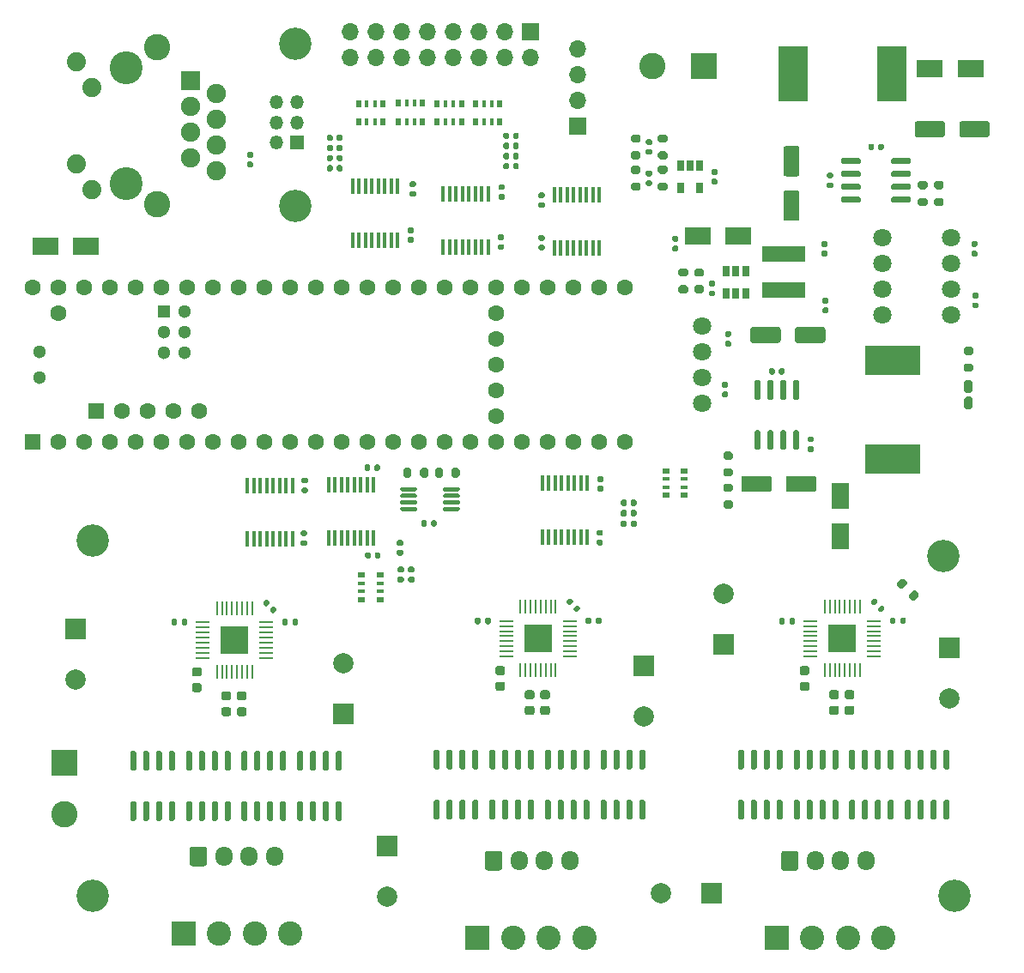
<source format=gts>
G04 #@! TF.GenerationSoftware,KiCad,Pcbnew,5.1.10*
G04 #@! TF.CreationDate,2021-06-06T22:50:30-04:00*
G04 #@! TF.ProjectId,cnc-controller,636e632d-636f-46e7-9472-6f6c6c65722e,rev?*
G04 #@! TF.SameCoordinates,Original*
G04 #@! TF.FileFunction,Soldermask,Top*
G04 #@! TF.FilePolarity,Negative*
%FSLAX46Y46*%
G04 Gerber Fmt 4.6, Leading zero omitted, Abs format (unit mm)*
G04 Created by KiCad (PCBNEW 5.1.10) date 2021-06-06 22:50:30*
%MOMM*%
%LPD*%
G01*
G04 APERTURE LIST*
%ADD10O,1.350000X1.350000*%
%ADD11R,1.350000X1.350000*%
%ADD12C,3.200000*%
%ADD13C,2.400000*%
%ADD14R,2.400000X2.400000*%
%ADD15O,1.700000X1.950000*%
%ADD16R,1.473200X0.228600*%
%ADD17R,0.228600X1.473200*%
%ADD18R,2.800000X2.800000*%
%ADD19R,0.650000X1.060000*%
%ADD20R,0.500000X0.800000*%
%ADD21R,0.400000X0.800000*%
%ADD22C,2.600000*%
%ADD23R,2.600000X2.600000*%
%ADD24R,0.800000X0.500000*%
%ADD25R,0.800000X0.400000*%
%ADD26R,0.410000X1.600000*%
%ADD27C,1.300000*%
%ADD28C,1.600000*%
%ADD29R,1.300000X1.300000*%
%ADD30R,1.600000X1.600000*%
%ADD31C,1.800000*%
%ADD32R,4.200000X1.500000*%
%ADD33R,2.900000X5.400000*%
%ADD34R,5.400000X2.900000*%
%ADD35C,3.250000*%
%ADD36C,1.890000*%
%ADD37C,1.900000*%
%ADD38R,1.900000X1.900000*%
%ADD39O,1.700000X1.700000*%
%ADD40R,1.700000X1.700000*%
%ADD41R,2.500000X1.800000*%
%ADD42R,1.800000X2.500000*%
%ADD43C,2.000000*%
%ADD44R,2.000000X2.000000*%
G04 APERTURE END LIST*
D10*
X36150000Y-50725000D03*
X38150000Y-50725000D03*
X36150000Y-52725000D03*
X38150000Y-52725000D03*
X36150000Y-54725000D03*
D11*
X38150000Y-54725000D03*
D12*
X18000000Y-129000000D03*
G36*
G01*
X98556066Y-99319975D02*
X98944975Y-98931066D01*
G75*
G02*
X99227817Y-98931066I141421J-141421D01*
G01*
X99510660Y-99213909D01*
G75*
G02*
X99510660Y-99496751I-141421J-141421D01*
G01*
X99121751Y-99885660D01*
G75*
G02*
X98838909Y-99885660I-141421J141421D01*
G01*
X98556066Y-99602817D01*
G75*
G02*
X98556066Y-99319975I141421J141421D01*
G01*
G37*
G36*
G01*
X97389340Y-98153249D02*
X97778249Y-97764340D01*
G75*
G02*
X98061091Y-97764340I141421J-141421D01*
G01*
X98343934Y-98047183D01*
G75*
G02*
X98343934Y-98330025I-141421J-141421D01*
G01*
X97955025Y-98718934D01*
G75*
G02*
X97672183Y-98718934I-141421J141421D01*
G01*
X97389340Y-98436091D01*
G75*
G02*
X97389340Y-98153249I141421J141421D01*
G01*
G37*
D13*
X66500000Y-133150000D03*
X63000000Y-133150000D03*
X59500000Y-133150000D03*
D14*
X56000000Y-133150000D03*
D15*
X65075000Y-125575000D03*
X62575000Y-125575000D03*
X60075000Y-125575000D03*
G36*
G01*
X56725000Y-126300000D02*
X56725000Y-124850000D01*
G75*
G02*
X56975000Y-124600000I250000J0D01*
G01*
X58175000Y-124600000D01*
G75*
G02*
X58425000Y-124850000I0J-250000D01*
G01*
X58425000Y-126300000D01*
G75*
G02*
X58175000Y-126550000I-250000J0D01*
G01*
X56975000Y-126550000D01*
G75*
G02*
X56725000Y-126300000I0J250000D01*
G01*
G37*
G36*
G01*
X85630000Y-114625000D02*
X85930000Y-114625000D01*
G75*
G02*
X86080000Y-114775000I0J-150000D01*
G01*
X86080000Y-116425000D01*
G75*
G02*
X85930000Y-116575000I-150000J0D01*
G01*
X85630000Y-116575000D01*
G75*
G02*
X85480000Y-116425000I0J150000D01*
G01*
X85480000Y-114775000D01*
G75*
G02*
X85630000Y-114625000I150000J0D01*
G01*
G37*
G36*
G01*
X84360000Y-114625000D02*
X84660000Y-114625000D01*
G75*
G02*
X84810000Y-114775000I0J-150000D01*
G01*
X84810000Y-116425000D01*
G75*
G02*
X84660000Y-116575000I-150000J0D01*
G01*
X84360000Y-116575000D01*
G75*
G02*
X84210000Y-116425000I0J150000D01*
G01*
X84210000Y-114775000D01*
G75*
G02*
X84360000Y-114625000I150000J0D01*
G01*
G37*
G36*
G01*
X83090000Y-114625000D02*
X83390000Y-114625000D01*
G75*
G02*
X83540000Y-114775000I0J-150000D01*
G01*
X83540000Y-116425000D01*
G75*
G02*
X83390000Y-116575000I-150000J0D01*
G01*
X83090000Y-116575000D01*
G75*
G02*
X82940000Y-116425000I0J150000D01*
G01*
X82940000Y-114775000D01*
G75*
G02*
X83090000Y-114625000I150000J0D01*
G01*
G37*
G36*
G01*
X81820000Y-114625000D02*
X82120000Y-114625000D01*
G75*
G02*
X82270000Y-114775000I0J-150000D01*
G01*
X82270000Y-116425000D01*
G75*
G02*
X82120000Y-116575000I-150000J0D01*
G01*
X81820000Y-116575000D01*
G75*
G02*
X81670000Y-116425000I0J150000D01*
G01*
X81670000Y-114775000D01*
G75*
G02*
X81820000Y-114625000I150000J0D01*
G01*
G37*
G36*
G01*
X81820000Y-119575000D02*
X82120000Y-119575000D01*
G75*
G02*
X82270000Y-119725000I0J-150000D01*
G01*
X82270000Y-121375000D01*
G75*
G02*
X82120000Y-121525000I-150000J0D01*
G01*
X81820000Y-121525000D01*
G75*
G02*
X81670000Y-121375000I0J150000D01*
G01*
X81670000Y-119725000D01*
G75*
G02*
X81820000Y-119575000I150000J0D01*
G01*
G37*
G36*
G01*
X83090000Y-119575000D02*
X83390000Y-119575000D01*
G75*
G02*
X83540000Y-119725000I0J-150000D01*
G01*
X83540000Y-121375000D01*
G75*
G02*
X83390000Y-121525000I-150000J0D01*
G01*
X83090000Y-121525000D01*
G75*
G02*
X82940000Y-121375000I0J150000D01*
G01*
X82940000Y-119725000D01*
G75*
G02*
X83090000Y-119575000I150000J0D01*
G01*
G37*
G36*
G01*
X84360000Y-119575000D02*
X84660000Y-119575000D01*
G75*
G02*
X84810000Y-119725000I0J-150000D01*
G01*
X84810000Y-121375000D01*
G75*
G02*
X84660000Y-121525000I-150000J0D01*
G01*
X84360000Y-121525000D01*
G75*
G02*
X84210000Y-121375000I0J150000D01*
G01*
X84210000Y-119725000D01*
G75*
G02*
X84360000Y-119575000I150000J0D01*
G01*
G37*
G36*
G01*
X85630000Y-119575000D02*
X85930000Y-119575000D01*
G75*
G02*
X86080000Y-119725000I0J-150000D01*
G01*
X86080000Y-121375000D01*
G75*
G02*
X85930000Y-121525000I-150000J0D01*
G01*
X85630000Y-121525000D01*
G75*
G02*
X85480000Y-121375000I0J150000D01*
G01*
X85480000Y-119725000D01*
G75*
G02*
X85630000Y-119575000I150000J0D01*
G01*
G37*
G36*
G01*
X94792391Y-99957807D02*
X95032807Y-99717391D01*
G75*
G02*
X95230797Y-99717391I98995J-98995D01*
G01*
X95428787Y-99915381D01*
G75*
G02*
X95428787Y-100113371I-98995J-98995D01*
G01*
X95188371Y-100353787D01*
G75*
G02*
X94990381Y-100353787I-98995J98995D01*
G01*
X94792391Y-100155797D01*
G75*
G02*
X94792391Y-99957807I98995J98995D01*
G01*
G37*
G36*
G01*
X95471213Y-100636629D02*
X95711629Y-100396213D01*
G75*
G02*
X95909619Y-100396213I98995J-98995D01*
G01*
X96107609Y-100594203D01*
G75*
G02*
X96107609Y-100792193I-98995J-98995D01*
G01*
X95867193Y-101032609D01*
G75*
G02*
X95669203Y-101032609I-98995J98995D01*
G01*
X95471213Y-100834619D01*
G75*
G02*
X95471213Y-100636629I98995J98995D01*
G01*
G37*
G36*
G01*
X102105000Y-114625000D02*
X102405000Y-114625000D01*
G75*
G02*
X102555000Y-114775000I0J-150000D01*
G01*
X102555000Y-116425000D01*
G75*
G02*
X102405000Y-116575000I-150000J0D01*
G01*
X102105000Y-116575000D01*
G75*
G02*
X101955000Y-116425000I0J150000D01*
G01*
X101955000Y-114775000D01*
G75*
G02*
X102105000Y-114625000I150000J0D01*
G01*
G37*
G36*
G01*
X100835000Y-114625000D02*
X101135000Y-114625000D01*
G75*
G02*
X101285000Y-114775000I0J-150000D01*
G01*
X101285000Y-116425000D01*
G75*
G02*
X101135000Y-116575000I-150000J0D01*
G01*
X100835000Y-116575000D01*
G75*
G02*
X100685000Y-116425000I0J150000D01*
G01*
X100685000Y-114775000D01*
G75*
G02*
X100835000Y-114625000I150000J0D01*
G01*
G37*
G36*
G01*
X99565000Y-114625000D02*
X99865000Y-114625000D01*
G75*
G02*
X100015000Y-114775000I0J-150000D01*
G01*
X100015000Y-116425000D01*
G75*
G02*
X99865000Y-116575000I-150000J0D01*
G01*
X99565000Y-116575000D01*
G75*
G02*
X99415000Y-116425000I0J150000D01*
G01*
X99415000Y-114775000D01*
G75*
G02*
X99565000Y-114625000I150000J0D01*
G01*
G37*
G36*
G01*
X98295000Y-114625000D02*
X98595000Y-114625000D01*
G75*
G02*
X98745000Y-114775000I0J-150000D01*
G01*
X98745000Y-116425000D01*
G75*
G02*
X98595000Y-116575000I-150000J0D01*
G01*
X98295000Y-116575000D01*
G75*
G02*
X98145000Y-116425000I0J150000D01*
G01*
X98145000Y-114775000D01*
G75*
G02*
X98295000Y-114625000I150000J0D01*
G01*
G37*
G36*
G01*
X98295000Y-119575000D02*
X98595000Y-119575000D01*
G75*
G02*
X98745000Y-119725000I0J-150000D01*
G01*
X98745000Y-121375000D01*
G75*
G02*
X98595000Y-121525000I-150000J0D01*
G01*
X98295000Y-121525000D01*
G75*
G02*
X98145000Y-121375000I0J150000D01*
G01*
X98145000Y-119725000D01*
G75*
G02*
X98295000Y-119575000I150000J0D01*
G01*
G37*
G36*
G01*
X99565000Y-119575000D02*
X99865000Y-119575000D01*
G75*
G02*
X100015000Y-119725000I0J-150000D01*
G01*
X100015000Y-121375000D01*
G75*
G02*
X99865000Y-121525000I-150000J0D01*
G01*
X99565000Y-121525000D01*
G75*
G02*
X99415000Y-121375000I0J150000D01*
G01*
X99415000Y-119725000D01*
G75*
G02*
X99565000Y-119575000I150000J0D01*
G01*
G37*
G36*
G01*
X100835000Y-119575000D02*
X101135000Y-119575000D01*
G75*
G02*
X101285000Y-119725000I0J-150000D01*
G01*
X101285000Y-121375000D01*
G75*
G02*
X101135000Y-121525000I-150000J0D01*
G01*
X100835000Y-121525000D01*
G75*
G02*
X100685000Y-121375000I0J150000D01*
G01*
X100685000Y-119725000D01*
G75*
G02*
X100835000Y-119575000I150000J0D01*
G01*
G37*
G36*
G01*
X102105000Y-119575000D02*
X102405000Y-119575000D01*
G75*
G02*
X102555000Y-119725000I0J-150000D01*
G01*
X102555000Y-121375000D01*
G75*
G02*
X102405000Y-121525000I-150000J0D01*
G01*
X102105000Y-121525000D01*
G75*
G02*
X101955000Y-121375000I0J150000D01*
G01*
X101955000Y-119725000D01*
G75*
G02*
X102105000Y-119575000I150000J0D01*
G01*
G37*
G36*
G01*
X96605000Y-114625000D02*
X96905000Y-114625000D01*
G75*
G02*
X97055000Y-114775000I0J-150000D01*
G01*
X97055000Y-116425000D01*
G75*
G02*
X96905000Y-116575000I-150000J0D01*
G01*
X96605000Y-116575000D01*
G75*
G02*
X96455000Y-116425000I0J150000D01*
G01*
X96455000Y-114775000D01*
G75*
G02*
X96605000Y-114625000I150000J0D01*
G01*
G37*
G36*
G01*
X95335000Y-114625000D02*
X95635000Y-114625000D01*
G75*
G02*
X95785000Y-114775000I0J-150000D01*
G01*
X95785000Y-116425000D01*
G75*
G02*
X95635000Y-116575000I-150000J0D01*
G01*
X95335000Y-116575000D01*
G75*
G02*
X95185000Y-116425000I0J150000D01*
G01*
X95185000Y-114775000D01*
G75*
G02*
X95335000Y-114625000I150000J0D01*
G01*
G37*
G36*
G01*
X94065000Y-114625000D02*
X94365000Y-114625000D01*
G75*
G02*
X94515000Y-114775000I0J-150000D01*
G01*
X94515000Y-116425000D01*
G75*
G02*
X94365000Y-116575000I-150000J0D01*
G01*
X94065000Y-116575000D01*
G75*
G02*
X93915000Y-116425000I0J150000D01*
G01*
X93915000Y-114775000D01*
G75*
G02*
X94065000Y-114625000I150000J0D01*
G01*
G37*
G36*
G01*
X92795000Y-114625000D02*
X93095000Y-114625000D01*
G75*
G02*
X93245000Y-114775000I0J-150000D01*
G01*
X93245000Y-116425000D01*
G75*
G02*
X93095000Y-116575000I-150000J0D01*
G01*
X92795000Y-116575000D01*
G75*
G02*
X92645000Y-116425000I0J150000D01*
G01*
X92645000Y-114775000D01*
G75*
G02*
X92795000Y-114625000I150000J0D01*
G01*
G37*
G36*
G01*
X92795000Y-119575000D02*
X93095000Y-119575000D01*
G75*
G02*
X93245000Y-119725000I0J-150000D01*
G01*
X93245000Y-121375000D01*
G75*
G02*
X93095000Y-121525000I-150000J0D01*
G01*
X92795000Y-121525000D01*
G75*
G02*
X92645000Y-121375000I0J150000D01*
G01*
X92645000Y-119725000D01*
G75*
G02*
X92795000Y-119575000I150000J0D01*
G01*
G37*
G36*
G01*
X94065000Y-119575000D02*
X94365000Y-119575000D01*
G75*
G02*
X94515000Y-119725000I0J-150000D01*
G01*
X94515000Y-121375000D01*
G75*
G02*
X94365000Y-121525000I-150000J0D01*
G01*
X94065000Y-121525000D01*
G75*
G02*
X93915000Y-121375000I0J150000D01*
G01*
X93915000Y-119725000D01*
G75*
G02*
X94065000Y-119575000I150000J0D01*
G01*
G37*
G36*
G01*
X95335000Y-119575000D02*
X95635000Y-119575000D01*
G75*
G02*
X95785000Y-119725000I0J-150000D01*
G01*
X95785000Y-121375000D01*
G75*
G02*
X95635000Y-121525000I-150000J0D01*
G01*
X95335000Y-121525000D01*
G75*
G02*
X95185000Y-121375000I0J150000D01*
G01*
X95185000Y-119725000D01*
G75*
G02*
X95335000Y-119575000I150000J0D01*
G01*
G37*
G36*
G01*
X96605000Y-119575000D02*
X96905000Y-119575000D01*
G75*
G02*
X97055000Y-119725000I0J-150000D01*
G01*
X97055000Y-121375000D01*
G75*
G02*
X96905000Y-121525000I-150000J0D01*
G01*
X96605000Y-121525000D01*
G75*
G02*
X96455000Y-121375000I0J150000D01*
G01*
X96455000Y-119725000D01*
G75*
G02*
X96605000Y-119575000I150000J0D01*
G01*
G37*
G36*
G01*
X92425000Y-108750000D02*
X92925000Y-108750000D01*
G75*
G02*
X93150000Y-108975000I0J-225000D01*
G01*
X93150000Y-109425000D01*
G75*
G02*
X92925000Y-109650000I-225000J0D01*
G01*
X92425000Y-109650000D01*
G75*
G02*
X92200000Y-109425000I0J225000D01*
G01*
X92200000Y-108975000D01*
G75*
G02*
X92425000Y-108750000I225000J0D01*
G01*
G37*
G36*
G01*
X92425000Y-110300000D02*
X92925000Y-110300000D01*
G75*
G02*
X93150000Y-110525000I0J-225000D01*
G01*
X93150000Y-110975000D01*
G75*
G02*
X92925000Y-111200000I-225000J0D01*
G01*
X92425000Y-111200000D01*
G75*
G02*
X92200000Y-110975000I0J225000D01*
G01*
X92200000Y-110525000D01*
G75*
G02*
X92425000Y-110300000I225000J0D01*
G01*
G37*
G36*
G01*
X90900000Y-108750000D02*
X91400000Y-108750000D01*
G75*
G02*
X91625000Y-108975000I0J-225000D01*
G01*
X91625000Y-109425000D01*
G75*
G02*
X91400000Y-109650000I-225000J0D01*
G01*
X90900000Y-109650000D01*
G75*
G02*
X90675000Y-109425000I0J225000D01*
G01*
X90675000Y-108975000D01*
G75*
G02*
X90900000Y-108750000I225000J0D01*
G01*
G37*
G36*
G01*
X90900000Y-110300000D02*
X91400000Y-110300000D01*
G75*
G02*
X91625000Y-110525000I0J-225000D01*
G01*
X91625000Y-110975000D01*
G75*
G02*
X91400000Y-111200000I-225000J0D01*
G01*
X90900000Y-111200000D01*
G75*
G02*
X90675000Y-110975000I0J225000D01*
G01*
X90675000Y-110525000D01*
G75*
G02*
X90900000Y-110300000I225000J0D01*
G01*
G37*
G36*
G01*
X96670000Y-102085000D02*
X96670000Y-101715000D01*
G75*
G02*
X96805000Y-101580000I135000J0D01*
G01*
X97075000Y-101580000D01*
G75*
G02*
X97210000Y-101715000I0J-135000D01*
G01*
X97210000Y-102085000D01*
G75*
G02*
X97075000Y-102220000I-135000J0D01*
G01*
X96805000Y-102220000D01*
G75*
G02*
X96670000Y-102085000I0J135000D01*
G01*
G37*
G36*
G01*
X97690000Y-102085000D02*
X97690000Y-101715000D01*
G75*
G02*
X97825000Y-101580000I135000J0D01*
G01*
X98095000Y-101580000D01*
G75*
G02*
X98230000Y-101715000I0J-135000D01*
G01*
X98230000Y-102085000D01*
G75*
G02*
X98095000Y-102220000I-135000J0D01*
G01*
X97825000Y-102220000D01*
G75*
G02*
X97690000Y-102085000I0J135000D01*
G01*
G37*
G36*
G01*
X91130000Y-114625000D02*
X91430000Y-114625000D01*
G75*
G02*
X91580000Y-114775000I0J-150000D01*
G01*
X91580000Y-116425000D01*
G75*
G02*
X91430000Y-116575000I-150000J0D01*
G01*
X91130000Y-116575000D01*
G75*
G02*
X90980000Y-116425000I0J150000D01*
G01*
X90980000Y-114775000D01*
G75*
G02*
X91130000Y-114625000I150000J0D01*
G01*
G37*
G36*
G01*
X89860000Y-114625000D02*
X90160000Y-114625000D01*
G75*
G02*
X90310000Y-114775000I0J-150000D01*
G01*
X90310000Y-116425000D01*
G75*
G02*
X90160000Y-116575000I-150000J0D01*
G01*
X89860000Y-116575000D01*
G75*
G02*
X89710000Y-116425000I0J150000D01*
G01*
X89710000Y-114775000D01*
G75*
G02*
X89860000Y-114625000I150000J0D01*
G01*
G37*
G36*
G01*
X88590000Y-114625000D02*
X88890000Y-114625000D01*
G75*
G02*
X89040000Y-114775000I0J-150000D01*
G01*
X89040000Y-116425000D01*
G75*
G02*
X88890000Y-116575000I-150000J0D01*
G01*
X88590000Y-116575000D01*
G75*
G02*
X88440000Y-116425000I0J150000D01*
G01*
X88440000Y-114775000D01*
G75*
G02*
X88590000Y-114625000I150000J0D01*
G01*
G37*
G36*
G01*
X87320000Y-114625000D02*
X87620000Y-114625000D01*
G75*
G02*
X87770000Y-114775000I0J-150000D01*
G01*
X87770000Y-116425000D01*
G75*
G02*
X87620000Y-116575000I-150000J0D01*
G01*
X87320000Y-116575000D01*
G75*
G02*
X87170000Y-116425000I0J150000D01*
G01*
X87170000Y-114775000D01*
G75*
G02*
X87320000Y-114625000I150000J0D01*
G01*
G37*
G36*
G01*
X87320000Y-119575000D02*
X87620000Y-119575000D01*
G75*
G02*
X87770000Y-119725000I0J-150000D01*
G01*
X87770000Y-121375000D01*
G75*
G02*
X87620000Y-121525000I-150000J0D01*
G01*
X87320000Y-121525000D01*
G75*
G02*
X87170000Y-121375000I0J150000D01*
G01*
X87170000Y-119725000D01*
G75*
G02*
X87320000Y-119575000I150000J0D01*
G01*
G37*
G36*
G01*
X88590000Y-119575000D02*
X88890000Y-119575000D01*
G75*
G02*
X89040000Y-119725000I0J-150000D01*
G01*
X89040000Y-121375000D01*
G75*
G02*
X88890000Y-121525000I-150000J0D01*
G01*
X88590000Y-121525000D01*
G75*
G02*
X88440000Y-121375000I0J150000D01*
G01*
X88440000Y-119725000D01*
G75*
G02*
X88590000Y-119575000I150000J0D01*
G01*
G37*
G36*
G01*
X89860000Y-119575000D02*
X90160000Y-119575000D01*
G75*
G02*
X90310000Y-119725000I0J-150000D01*
G01*
X90310000Y-121375000D01*
G75*
G02*
X90160000Y-121525000I-150000J0D01*
G01*
X89860000Y-121525000D01*
G75*
G02*
X89710000Y-121375000I0J150000D01*
G01*
X89710000Y-119725000D01*
G75*
G02*
X89860000Y-119575000I150000J0D01*
G01*
G37*
G36*
G01*
X91130000Y-119575000D02*
X91430000Y-119575000D01*
G75*
G02*
X91580000Y-119725000I0J-150000D01*
G01*
X91580000Y-121375000D01*
G75*
G02*
X91430000Y-121525000I-150000J0D01*
G01*
X91130000Y-121525000D01*
G75*
G02*
X90980000Y-121375000I0J150000D01*
G01*
X90980000Y-119725000D01*
G75*
G02*
X91130000Y-119575000I150000J0D01*
G01*
G37*
G36*
G01*
X87305000Y-101740000D02*
X87305000Y-102110000D01*
G75*
G02*
X87170000Y-102245000I-135000J0D01*
G01*
X86900000Y-102245000D01*
G75*
G02*
X86765000Y-102110000I0J135000D01*
G01*
X86765000Y-101740000D01*
G75*
G02*
X86900000Y-101605000I135000J0D01*
G01*
X87170000Y-101605000D01*
G75*
G02*
X87305000Y-101740000I0J-135000D01*
G01*
G37*
G36*
G01*
X86285000Y-101740000D02*
X86285000Y-102110000D01*
G75*
G02*
X86150000Y-102245000I-135000J0D01*
G01*
X85880000Y-102245000D01*
G75*
G02*
X85745000Y-102110000I0J135000D01*
G01*
X85745000Y-101740000D01*
G75*
G02*
X85880000Y-101605000I135000J0D01*
G01*
X86150000Y-101605000D01*
G75*
G02*
X86285000Y-101740000I0J-135000D01*
G01*
G37*
G36*
G01*
X88500000Y-108825000D02*
X88000000Y-108825000D01*
G75*
G02*
X87775000Y-108600000I0J225000D01*
G01*
X87775000Y-108150000D01*
G75*
G02*
X88000000Y-107925000I225000J0D01*
G01*
X88500000Y-107925000D01*
G75*
G02*
X88725000Y-108150000I0J-225000D01*
G01*
X88725000Y-108600000D01*
G75*
G02*
X88500000Y-108825000I-225000J0D01*
G01*
G37*
G36*
G01*
X88500000Y-107275000D02*
X88000000Y-107275000D01*
G75*
G02*
X87775000Y-107050000I0J225000D01*
G01*
X87775000Y-106600000D01*
G75*
G02*
X88000000Y-106375000I225000J0D01*
G01*
X88500000Y-106375000D01*
G75*
G02*
X88725000Y-106600000I0J-225000D01*
G01*
X88725000Y-107050000D01*
G75*
G02*
X88500000Y-107275000I-225000J0D01*
G01*
G37*
D16*
X95099200Y-105424999D03*
X95099200Y-104925000D03*
X95099200Y-104425001D03*
X95099200Y-103925000D03*
X95099200Y-103425000D03*
X95099200Y-102924999D03*
X95099200Y-102425000D03*
X95099200Y-101925001D03*
D17*
X93724999Y-100550800D03*
X93225000Y-100550800D03*
X92725001Y-100550800D03*
X92225000Y-100550800D03*
X91725000Y-100550800D03*
X91224999Y-100550800D03*
X90725000Y-100550800D03*
X90225001Y-100550800D03*
D16*
X88850800Y-101925001D03*
X88850800Y-102425000D03*
X88850800Y-102924999D03*
X88850800Y-103425000D03*
X88850800Y-103925000D03*
X88850800Y-104425001D03*
X88850800Y-104925000D03*
X88850800Y-105424999D03*
D17*
X90225001Y-106799200D03*
X90725000Y-106799200D03*
X91224999Y-106799200D03*
X91725000Y-106799200D03*
X92225000Y-106799200D03*
X92725001Y-106799200D03*
X93225000Y-106799200D03*
X93724999Y-106799200D03*
D18*
X91975000Y-103675000D03*
G36*
G01*
X55605000Y-114625000D02*
X55905000Y-114625000D01*
G75*
G02*
X56055000Y-114775000I0J-150000D01*
G01*
X56055000Y-116425000D01*
G75*
G02*
X55905000Y-116575000I-150000J0D01*
G01*
X55605000Y-116575000D01*
G75*
G02*
X55455000Y-116425000I0J150000D01*
G01*
X55455000Y-114775000D01*
G75*
G02*
X55605000Y-114625000I150000J0D01*
G01*
G37*
G36*
G01*
X54335000Y-114625000D02*
X54635000Y-114625000D01*
G75*
G02*
X54785000Y-114775000I0J-150000D01*
G01*
X54785000Y-116425000D01*
G75*
G02*
X54635000Y-116575000I-150000J0D01*
G01*
X54335000Y-116575000D01*
G75*
G02*
X54185000Y-116425000I0J150000D01*
G01*
X54185000Y-114775000D01*
G75*
G02*
X54335000Y-114625000I150000J0D01*
G01*
G37*
G36*
G01*
X53065000Y-114625000D02*
X53365000Y-114625000D01*
G75*
G02*
X53515000Y-114775000I0J-150000D01*
G01*
X53515000Y-116425000D01*
G75*
G02*
X53365000Y-116575000I-150000J0D01*
G01*
X53065000Y-116575000D01*
G75*
G02*
X52915000Y-116425000I0J150000D01*
G01*
X52915000Y-114775000D01*
G75*
G02*
X53065000Y-114625000I150000J0D01*
G01*
G37*
G36*
G01*
X51795000Y-114625000D02*
X52095000Y-114625000D01*
G75*
G02*
X52245000Y-114775000I0J-150000D01*
G01*
X52245000Y-116425000D01*
G75*
G02*
X52095000Y-116575000I-150000J0D01*
G01*
X51795000Y-116575000D01*
G75*
G02*
X51645000Y-116425000I0J150000D01*
G01*
X51645000Y-114775000D01*
G75*
G02*
X51795000Y-114625000I150000J0D01*
G01*
G37*
G36*
G01*
X51795000Y-119575000D02*
X52095000Y-119575000D01*
G75*
G02*
X52245000Y-119725000I0J-150000D01*
G01*
X52245000Y-121375000D01*
G75*
G02*
X52095000Y-121525000I-150000J0D01*
G01*
X51795000Y-121525000D01*
G75*
G02*
X51645000Y-121375000I0J150000D01*
G01*
X51645000Y-119725000D01*
G75*
G02*
X51795000Y-119575000I150000J0D01*
G01*
G37*
G36*
G01*
X53065000Y-119575000D02*
X53365000Y-119575000D01*
G75*
G02*
X53515000Y-119725000I0J-150000D01*
G01*
X53515000Y-121375000D01*
G75*
G02*
X53365000Y-121525000I-150000J0D01*
G01*
X53065000Y-121525000D01*
G75*
G02*
X52915000Y-121375000I0J150000D01*
G01*
X52915000Y-119725000D01*
G75*
G02*
X53065000Y-119575000I150000J0D01*
G01*
G37*
G36*
G01*
X54335000Y-119575000D02*
X54635000Y-119575000D01*
G75*
G02*
X54785000Y-119725000I0J-150000D01*
G01*
X54785000Y-121375000D01*
G75*
G02*
X54635000Y-121525000I-150000J0D01*
G01*
X54335000Y-121525000D01*
G75*
G02*
X54185000Y-121375000I0J150000D01*
G01*
X54185000Y-119725000D01*
G75*
G02*
X54335000Y-119575000I150000J0D01*
G01*
G37*
G36*
G01*
X55605000Y-119575000D02*
X55905000Y-119575000D01*
G75*
G02*
X56055000Y-119725000I0J-150000D01*
G01*
X56055000Y-121375000D01*
G75*
G02*
X55905000Y-121525000I-150000J0D01*
G01*
X55605000Y-121525000D01*
G75*
G02*
X55455000Y-121375000I0J150000D01*
G01*
X55455000Y-119725000D01*
G75*
G02*
X55605000Y-119575000I150000J0D01*
G01*
G37*
G36*
G01*
X64767391Y-99957807D02*
X65007807Y-99717391D01*
G75*
G02*
X65205797Y-99717391I98995J-98995D01*
G01*
X65403787Y-99915381D01*
G75*
G02*
X65403787Y-100113371I-98995J-98995D01*
G01*
X65163371Y-100353787D01*
G75*
G02*
X64965381Y-100353787I-98995J98995D01*
G01*
X64767391Y-100155797D01*
G75*
G02*
X64767391Y-99957807I98995J98995D01*
G01*
G37*
G36*
G01*
X65446213Y-100636629D02*
X65686629Y-100396213D01*
G75*
G02*
X65884619Y-100396213I98995J-98995D01*
G01*
X66082609Y-100594203D01*
G75*
G02*
X66082609Y-100792193I-98995J-98995D01*
G01*
X65842193Y-101032609D01*
G75*
G02*
X65644203Y-101032609I-98995J98995D01*
G01*
X65446213Y-100834619D01*
G75*
G02*
X65446213Y-100636629I98995J98995D01*
G01*
G37*
G36*
G01*
X72080000Y-114625000D02*
X72380000Y-114625000D01*
G75*
G02*
X72530000Y-114775000I0J-150000D01*
G01*
X72530000Y-116425000D01*
G75*
G02*
X72380000Y-116575000I-150000J0D01*
G01*
X72080000Y-116575000D01*
G75*
G02*
X71930000Y-116425000I0J150000D01*
G01*
X71930000Y-114775000D01*
G75*
G02*
X72080000Y-114625000I150000J0D01*
G01*
G37*
G36*
G01*
X70810000Y-114625000D02*
X71110000Y-114625000D01*
G75*
G02*
X71260000Y-114775000I0J-150000D01*
G01*
X71260000Y-116425000D01*
G75*
G02*
X71110000Y-116575000I-150000J0D01*
G01*
X70810000Y-116575000D01*
G75*
G02*
X70660000Y-116425000I0J150000D01*
G01*
X70660000Y-114775000D01*
G75*
G02*
X70810000Y-114625000I150000J0D01*
G01*
G37*
G36*
G01*
X69540000Y-114625000D02*
X69840000Y-114625000D01*
G75*
G02*
X69990000Y-114775000I0J-150000D01*
G01*
X69990000Y-116425000D01*
G75*
G02*
X69840000Y-116575000I-150000J0D01*
G01*
X69540000Y-116575000D01*
G75*
G02*
X69390000Y-116425000I0J150000D01*
G01*
X69390000Y-114775000D01*
G75*
G02*
X69540000Y-114625000I150000J0D01*
G01*
G37*
G36*
G01*
X68270000Y-114625000D02*
X68570000Y-114625000D01*
G75*
G02*
X68720000Y-114775000I0J-150000D01*
G01*
X68720000Y-116425000D01*
G75*
G02*
X68570000Y-116575000I-150000J0D01*
G01*
X68270000Y-116575000D01*
G75*
G02*
X68120000Y-116425000I0J150000D01*
G01*
X68120000Y-114775000D01*
G75*
G02*
X68270000Y-114625000I150000J0D01*
G01*
G37*
G36*
G01*
X68270000Y-119575000D02*
X68570000Y-119575000D01*
G75*
G02*
X68720000Y-119725000I0J-150000D01*
G01*
X68720000Y-121375000D01*
G75*
G02*
X68570000Y-121525000I-150000J0D01*
G01*
X68270000Y-121525000D01*
G75*
G02*
X68120000Y-121375000I0J150000D01*
G01*
X68120000Y-119725000D01*
G75*
G02*
X68270000Y-119575000I150000J0D01*
G01*
G37*
G36*
G01*
X69540000Y-119575000D02*
X69840000Y-119575000D01*
G75*
G02*
X69990000Y-119725000I0J-150000D01*
G01*
X69990000Y-121375000D01*
G75*
G02*
X69840000Y-121525000I-150000J0D01*
G01*
X69540000Y-121525000D01*
G75*
G02*
X69390000Y-121375000I0J150000D01*
G01*
X69390000Y-119725000D01*
G75*
G02*
X69540000Y-119575000I150000J0D01*
G01*
G37*
G36*
G01*
X70810000Y-119575000D02*
X71110000Y-119575000D01*
G75*
G02*
X71260000Y-119725000I0J-150000D01*
G01*
X71260000Y-121375000D01*
G75*
G02*
X71110000Y-121525000I-150000J0D01*
G01*
X70810000Y-121525000D01*
G75*
G02*
X70660000Y-121375000I0J150000D01*
G01*
X70660000Y-119725000D01*
G75*
G02*
X70810000Y-119575000I150000J0D01*
G01*
G37*
G36*
G01*
X72080000Y-119575000D02*
X72380000Y-119575000D01*
G75*
G02*
X72530000Y-119725000I0J-150000D01*
G01*
X72530000Y-121375000D01*
G75*
G02*
X72380000Y-121525000I-150000J0D01*
G01*
X72080000Y-121525000D01*
G75*
G02*
X71930000Y-121375000I0J150000D01*
G01*
X71930000Y-119725000D01*
G75*
G02*
X72080000Y-119575000I150000J0D01*
G01*
G37*
G36*
G01*
X66580000Y-114625000D02*
X66880000Y-114625000D01*
G75*
G02*
X67030000Y-114775000I0J-150000D01*
G01*
X67030000Y-116425000D01*
G75*
G02*
X66880000Y-116575000I-150000J0D01*
G01*
X66580000Y-116575000D01*
G75*
G02*
X66430000Y-116425000I0J150000D01*
G01*
X66430000Y-114775000D01*
G75*
G02*
X66580000Y-114625000I150000J0D01*
G01*
G37*
G36*
G01*
X65310000Y-114625000D02*
X65610000Y-114625000D01*
G75*
G02*
X65760000Y-114775000I0J-150000D01*
G01*
X65760000Y-116425000D01*
G75*
G02*
X65610000Y-116575000I-150000J0D01*
G01*
X65310000Y-116575000D01*
G75*
G02*
X65160000Y-116425000I0J150000D01*
G01*
X65160000Y-114775000D01*
G75*
G02*
X65310000Y-114625000I150000J0D01*
G01*
G37*
G36*
G01*
X64040000Y-114625000D02*
X64340000Y-114625000D01*
G75*
G02*
X64490000Y-114775000I0J-150000D01*
G01*
X64490000Y-116425000D01*
G75*
G02*
X64340000Y-116575000I-150000J0D01*
G01*
X64040000Y-116575000D01*
G75*
G02*
X63890000Y-116425000I0J150000D01*
G01*
X63890000Y-114775000D01*
G75*
G02*
X64040000Y-114625000I150000J0D01*
G01*
G37*
G36*
G01*
X62770000Y-114625000D02*
X63070000Y-114625000D01*
G75*
G02*
X63220000Y-114775000I0J-150000D01*
G01*
X63220000Y-116425000D01*
G75*
G02*
X63070000Y-116575000I-150000J0D01*
G01*
X62770000Y-116575000D01*
G75*
G02*
X62620000Y-116425000I0J150000D01*
G01*
X62620000Y-114775000D01*
G75*
G02*
X62770000Y-114625000I150000J0D01*
G01*
G37*
G36*
G01*
X62770000Y-119575000D02*
X63070000Y-119575000D01*
G75*
G02*
X63220000Y-119725000I0J-150000D01*
G01*
X63220000Y-121375000D01*
G75*
G02*
X63070000Y-121525000I-150000J0D01*
G01*
X62770000Y-121525000D01*
G75*
G02*
X62620000Y-121375000I0J150000D01*
G01*
X62620000Y-119725000D01*
G75*
G02*
X62770000Y-119575000I150000J0D01*
G01*
G37*
G36*
G01*
X64040000Y-119575000D02*
X64340000Y-119575000D01*
G75*
G02*
X64490000Y-119725000I0J-150000D01*
G01*
X64490000Y-121375000D01*
G75*
G02*
X64340000Y-121525000I-150000J0D01*
G01*
X64040000Y-121525000D01*
G75*
G02*
X63890000Y-121375000I0J150000D01*
G01*
X63890000Y-119725000D01*
G75*
G02*
X64040000Y-119575000I150000J0D01*
G01*
G37*
G36*
G01*
X65310000Y-119575000D02*
X65610000Y-119575000D01*
G75*
G02*
X65760000Y-119725000I0J-150000D01*
G01*
X65760000Y-121375000D01*
G75*
G02*
X65610000Y-121525000I-150000J0D01*
G01*
X65310000Y-121525000D01*
G75*
G02*
X65160000Y-121375000I0J150000D01*
G01*
X65160000Y-119725000D01*
G75*
G02*
X65310000Y-119575000I150000J0D01*
G01*
G37*
G36*
G01*
X66580000Y-119575000D02*
X66880000Y-119575000D01*
G75*
G02*
X67030000Y-119725000I0J-150000D01*
G01*
X67030000Y-121375000D01*
G75*
G02*
X66880000Y-121525000I-150000J0D01*
G01*
X66580000Y-121525000D01*
G75*
G02*
X66430000Y-121375000I0J150000D01*
G01*
X66430000Y-119725000D01*
G75*
G02*
X66580000Y-119575000I150000J0D01*
G01*
G37*
G36*
G01*
X62400000Y-108750000D02*
X62900000Y-108750000D01*
G75*
G02*
X63125000Y-108975000I0J-225000D01*
G01*
X63125000Y-109425000D01*
G75*
G02*
X62900000Y-109650000I-225000J0D01*
G01*
X62400000Y-109650000D01*
G75*
G02*
X62175000Y-109425000I0J225000D01*
G01*
X62175000Y-108975000D01*
G75*
G02*
X62400000Y-108750000I225000J0D01*
G01*
G37*
G36*
G01*
X62400000Y-110300000D02*
X62900000Y-110300000D01*
G75*
G02*
X63125000Y-110525000I0J-225000D01*
G01*
X63125000Y-110975000D01*
G75*
G02*
X62900000Y-111200000I-225000J0D01*
G01*
X62400000Y-111200000D01*
G75*
G02*
X62175000Y-110975000I0J225000D01*
G01*
X62175000Y-110525000D01*
G75*
G02*
X62400000Y-110300000I225000J0D01*
G01*
G37*
G36*
G01*
X60875000Y-108750000D02*
X61375000Y-108750000D01*
G75*
G02*
X61600000Y-108975000I0J-225000D01*
G01*
X61600000Y-109425000D01*
G75*
G02*
X61375000Y-109650000I-225000J0D01*
G01*
X60875000Y-109650000D01*
G75*
G02*
X60650000Y-109425000I0J225000D01*
G01*
X60650000Y-108975000D01*
G75*
G02*
X60875000Y-108750000I225000J0D01*
G01*
G37*
G36*
G01*
X60875000Y-110300000D02*
X61375000Y-110300000D01*
G75*
G02*
X61600000Y-110525000I0J-225000D01*
G01*
X61600000Y-110975000D01*
G75*
G02*
X61375000Y-111200000I-225000J0D01*
G01*
X60875000Y-111200000D01*
G75*
G02*
X60650000Y-110975000I0J225000D01*
G01*
X60650000Y-110525000D01*
G75*
G02*
X60875000Y-110300000I225000J0D01*
G01*
G37*
G36*
G01*
X66645000Y-102085000D02*
X66645000Y-101715000D01*
G75*
G02*
X66780000Y-101580000I135000J0D01*
G01*
X67050000Y-101580000D01*
G75*
G02*
X67185000Y-101715000I0J-135000D01*
G01*
X67185000Y-102085000D01*
G75*
G02*
X67050000Y-102220000I-135000J0D01*
G01*
X66780000Y-102220000D01*
G75*
G02*
X66645000Y-102085000I0J135000D01*
G01*
G37*
G36*
G01*
X67665000Y-102085000D02*
X67665000Y-101715000D01*
G75*
G02*
X67800000Y-101580000I135000J0D01*
G01*
X68070000Y-101580000D01*
G75*
G02*
X68205000Y-101715000I0J-135000D01*
G01*
X68205000Y-102085000D01*
G75*
G02*
X68070000Y-102220000I-135000J0D01*
G01*
X67800000Y-102220000D01*
G75*
G02*
X67665000Y-102085000I0J135000D01*
G01*
G37*
G36*
G01*
X61105000Y-114625000D02*
X61405000Y-114625000D01*
G75*
G02*
X61555000Y-114775000I0J-150000D01*
G01*
X61555000Y-116425000D01*
G75*
G02*
X61405000Y-116575000I-150000J0D01*
G01*
X61105000Y-116575000D01*
G75*
G02*
X60955000Y-116425000I0J150000D01*
G01*
X60955000Y-114775000D01*
G75*
G02*
X61105000Y-114625000I150000J0D01*
G01*
G37*
G36*
G01*
X59835000Y-114625000D02*
X60135000Y-114625000D01*
G75*
G02*
X60285000Y-114775000I0J-150000D01*
G01*
X60285000Y-116425000D01*
G75*
G02*
X60135000Y-116575000I-150000J0D01*
G01*
X59835000Y-116575000D01*
G75*
G02*
X59685000Y-116425000I0J150000D01*
G01*
X59685000Y-114775000D01*
G75*
G02*
X59835000Y-114625000I150000J0D01*
G01*
G37*
G36*
G01*
X58565000Y-114625000D02*
X58865000Y-114625000D01*
G75*
G02*
X59015000Y-114775000I0J-150000D01*
G01*
X59015000Y-116425000D01*
G75*
G02*
X58865000Y-116575000I-150000J0D01*
G01*
X58565000Y-116575000D01*
G75*
G02*
X58415000Y-116425000I0J150000D01*
G01*
X58415000Y-114775000D01*
G75*
G02*
X58565000Y-114625000I150000J0D01*
G01*
G37*
G36*
G01*
X57295000Y-114625000D02*
X57595000Y-114625000D01*
G75*
G02*
X57745000Y-114775000I0J-150000D01*
G01*
X57745000Y-116425000D01*
G75*
G02*
X57595000Y-116575000I-150000J0D01*
G01*
X57295000Y-116575000D01*
G75*
G02*
X57145000Y-116425000I0J150000D01*
G01*
X57145000Y-114775000D01*
G75*
G02*
X57295000Y-114625000I150000J0D01*
G01*
G37*
G36*
G01*
X57295000Y-119575000D02*
X57595000Y-119575000D01*
G75*
G02*
X57745000Y-119725000I0J-150000D01*
G01*
X57745000Y-121375000D01*
G75*
G02*
X57595000Y-121525000I-150000J0D01*
G01*
X57295000Y-121525000D01*
G75*
G02*
X57145000Y-121375000I0J150000D01*
G01*
X57145000Y-119725000D01*
G75*
G02*
X57295000Y-119575000I150000J0D01*
G01*
G37*
G36*
G01*
X58565000Y-119575000D02*
X58865000Y-119575000D01*
G75*
G02*
X59015000Y-119725000I0J-150000D01*
G01*
X59015000Y-121375000D01*
G75*
G02*
X58865000Y-121525000I-150000J0D01*
G01*
X58565000Y-121525000D01*
G75*
G02*
X58415000Y-121375000I0J150000D01*
G01*
X58415000Y-119725000D01*
G75*
G02*
X58565000Y-119575000I150000J0D01*
G01*
G37*
G36*
G01*
X59835000Y-119575000D02*
X60135000Y-119575000D01*
G75*
G02*
X60285000Y-119725000I0J-150000D01*
G01*
X60285000Y-121375000D01*
G75*
G02*
X60135000Y-121525000I-150000J0D01*
G01*
X59835000Y-121525000D01*
G75*
G02*
X59685000Y-121375000I0J150000D01*
G01*
X59685000Y-119725000D01*
G75*
G02*
X59835000Y-119575000I150000J0D01*
G01*
G37*
G36*
G01*
X61105000Y-119575000D02*
X61405000Y-119575000D01*
G75*
G02*
X61555000Y-119725000I0J-150000D01*
G01*
X61555000Y-121375000D01*
G75*
G02*
X61405000Y-121525000I-150000J0D01*
G01*
X61105000Y-121525000D01*
G75*
G02*
X60955000Y-121375000I0J150000D01*
G01*
X60955000Y-119725000D01*
G75*
G02*
X61105000Y-119575000I150000J0D01*
G01*
G37*
G36*
G01*
X57280000Y-101740000D02*
X57280000Y-102110000D01*
G75*
G02*
X57145000Y-102245000I-135000J0D01*
G01*
X56875000Y-102245000D01*
G75*
G02*
X56740000Y-102110000I0J135000D01*
G01*
X56740000Y-101740000D01*
G75*
G02*
X56875000Y-101605000I135000J0D01*
G01*
X57145000Y-101605000D01*
G75*
G02*
X57280000Y-101740000I0J-135000D01*
G01*
G37*
G36*
G01*
X56260000Y-101740000D02*
X56260000Y-102110000D01*
G75*
G02*
X56125000Y-102245000I-135000J0D01*
G01*
X55855000Y-102245000D01*
G75*
G02*
X55720000Y-102110000I0J135000D01*
G01*
X55720000Y-101740000D01*
G75*
G02*
X55855000Y-101605000I135000J0D01*
G01*
X56125000Y-101605000D01*
G75*
G02*
X56260000Y-101740000I0J-135000D01*
G01*
G37*
G36*
G01*
X58475000Y-108825000D02*
X57975000Y-108825000D01*
G75*
G02*
X57750000Y-108600000I0J225000D01*
G01*
X57750000Y-108150000D01*
G75*
G02*
X57975000Y-107925000I225000J0D01*
G01*
X58475000Y-107925000D01*
G75*
G02*
X58700000Y-108150000I0J-225000D01*
G01*
X58700000Y-108600000D01*
G75*
G02*
X58475000Y-108825000I-225000J0D01*
G01*
G37*
G36*
G01*
X58475000Y-107275000D02*
X57975000Y-107275000D01*
G75*
G02*
X57750000Y-107050000I0J225000D01*
G01*
X57750000Y-106600000D01*
G75*
G02*
X57975000Y-106375000I225000J0D01*
G01*
X58475000Y-106375000D01*
G75*
G02*
X58700000Y-106600000I0J-225000D01*
G01*
X58700000Y-107050000D01*
G75*
G02*
X58475000Y-107275000I-225000J0D01*
G01*
G37*
D16*
X65074200Y-105424999D03*
X65074200Y-104925000D03*
X65074200Y-104425001D03*
X65074200Y-103925000D03*
X65074200Y-103425000D03*
X65074200Y-102924999D03*
X65074200Y-102425000D03*
X65074200Y-101925001D03*
D17*
X63699999Y-100550800D03*
X63200000Y-100550800D03*
X62700001Y-100550800D03*
X62200000Y-100550800D03*
X61700000Y-100550800D03*
X61199999Y-100550800D03*
X60700000Y-100550800D03*
X60200001Y-100550800D03*
D16*
X58825800Y-101925001D03*
X58825800Y-102425000D03*
X58825800Y-102924999D03*
X58825800Y-103425000D03*
X58825800Y-103925000D03*
X58825800Y-104425001D03*
X58825800Y-104925000D03*
X58825800Y-105424999D03*
D17*
X60200001Y-106799200D03*
X60700000Y-106799200D03*
X61199999Y-106799200D03*
X61700000Y-106799200D03*
X62200000Y-106799200D03*
X62700001Y-106799200D03*
X63200000Y-106799200D03*
X63699999Y-106799200D03*
D18*
X61950000Y-103675000D03*
G36*
G01*
X25680000Y-114750000D02*
X25980000Y-114750000D01*
G75*
G02*
X26130000Y-114900000I0J-150000D01*
G01*
X26130000Y-116550000D01*
G75*
G02*
X25980000Y-116700000I-150000J0D01*
G01*
X25680000Y-116700000D01*
G75*
G02*
X25530000Y-116550000I0J150000D01*
G01*
X25530000Y-114900000D01*
G75*
G02*
X25680000Y-114750000I150000J0D01*
G01*
G37*
G36*
G01*
X24410000Y-114750000D02*
X24710000Y-114750000D01*
G75*
G02*
X24860000Y-114900000I0J-150000D01*
G01*
X24860000Y-116550000D01*
G75*
G02*
X24710000Y-116700000I-150000J0D01*
G01*
X24410000Y-116700000D01*
G75*
G02*
X24260000Y-116550000I0J150000D01*
G01*
X24260000Y-114900000D01*
G75*
G02*
X24410000Y-114750000I150000J0D01*
G01*
G37*
G36*
G01*
X23140000Y-114750000D02*
X23440000Y-114750000D01*
G75*
G02*
X23590000Y-114900000I0J-150000D01*
G01*
X23590000Y-116550000D01*
G75*
G02*
X23440000Y-116700000I-150000J0D01*
G01*
X23140000Y-116700000D01*
G75*
G02*
X22990000Y-116550000I0J150000D01*
G01*
X22990000Y-114900000D01*
G75*
G02*
X23140000Y-114750000I150000J0D01*
G01*
G37*
G36*
G01*
X21870000Y-114750000D02*
X22170000Y-114750000D01*
G75*
G02*
X22320000Y-114900000I0J-150000D01*
G01*
X22320000Y-116550000D01*
G75*
G02*
X22170000Y-116700000I-150000J0D01*
G01*
X21870000Y-116700000D01*
G75*
G02*
X21720000Y-116550000I0J150000D01*
G01*
X21720000Y-114900000D01*
G75*
G02*
X21870000Y-114750000I150000J0D01*
G01*
G37*
G36*
G01*
X21870000Y-119700000D02*
X22170000Y-119700000D01*
G75*
G02*
X22320000Y-119850000I0J-150000D01*
G01*
X22320000Y-121500000D01*
G75*
G02*
X22170000Y-121650000I-150000J0D01*
G01*
X21870000Y-121650000D01*
G75*
G02*
X21720000Y-121500000I0J150000D01*
G01*
X21720000Y-119850000D01*
G75*
G02*
X21870000Y-119700000I150000J0D01*
G01*
G37*
G36*
G01*
X23140000Y-119700000D02*
X23440000Y-119700000D01*
G75*
G02*
X23590000Y-119850000I0J-150000D01*
G01*
X23590000Y-121500000D01*
G75*
G02*
X23440000Y-121650000I-150000J0D01*
G01*
X23140000Y-121650000D01*
G75*
G02*
X22990000Y-121500000I0J150000D01*
G01*
X22990000Y-119850000D01*
G75*
G02*
X23140000Y-119700000I150000J0D01*
G01*
G37*
G36*
G01*
X24410000Y-119700000D02*
X24710000Y-119700000D01*
G75*
G02*
X24860000Y-119850000I0J-150000D01*
G01*
X24860000Y-121500000D01*
G75*
G02*
X24710000Y-121650000I-150000J0D01*
G01*
X24410000Y-121650000D01*
G75*
G02*
X24260000Y-121500000I0J150000D01*
G01*
X24260000Y-119850000D01*
G75*
G02*
X24410000Y-119700000I150000J0D01*
G01*
G37*
G36*
G01*
X25680000Y-119700000D02*
X25980000Y-119700000D01*
G75*
G02*
X26130000Y-119850000I0J-150000D01*
G01*
X26130000Y-121500000D01*
G75*
G02*
X25980000Y-121650000I-150000J0D01*
G01*
X25680000Y-121650000D01*
G75*
G02*
X25530000Y-121500000I0J150000D01*
G01*
X25530000Y-119850000D01*
G75*
G02*
X25680000Y-119700000I150000J0D01*
G01*
G37*
G36*
G01*
X34842391Y-100082807D02*
X35082807Y-99842391D01*
G75*
G02*
X35280797Y-99842391I98995J-98995D01*
G01*
X35478787Y-100040381D01*
G75*
G02*
X35478787Y-100238371I-98995J-98995D01*
G01*
X35238371Y-100478787D01*
G75*
G02*
X35040381Y-100478787I-98995J98995D01*
G01*
X34842391Y-100280797D01*
G75*
G02*
X34842391Y-100082807I98995J98995D01*
G01*
G37*
G36*
G01*
X35521213Y-100761629D02*
X35761629Y-100521213D01*
G75*
G02*
X35959619Y-100521213I98995J-98995D01*
G01*
X36157609Y-100719203D01*
G75*
G02*
X36157609Y-100917193I-98995J-98995D01*
G01*
X35917193Y-101157609D01*
G75*
G02*
X35719203Y-101157609I-98995J98995D01*
G01*
X35521213Y-100959619D01*
G75*
G02*
X35521213Y-100761629I98995J98995D01*
G01*
G37*
G36*
G01*
X42155000Y-114750000D02*
X42455000Y-114750000D01*
G75*
G02*
X42605000Y-114900000I0J-150000D01*
G01*
X42605000Y-116550000D01*
G75*
G02*
X42455000Y-116700000I-150000J0D01*
G01*
X42155000Y-116700000D01*
G75*
G02*
X42005000Y-116550000I0J150000D01*
G01*
X42005000Y-114900000D01*
G75*
G02*
X42155000Y-114750000I150000J0D01*
G01*
G37*
G36*
G01*
X40885000Y-114750000D02*
X41185000Y-114750000D01*
G75*
G02*
X41335000Y-114900000I0J-150000D01*
G01*
X41335000Y-116550000D01*
G75*
G02*
X41185000Y-116700000I-150000J0D01*
G01*
X40885000Y-116700000D01*
G75*
G02*
X40735000Y-116550000I0J150000D01*
G01*
X40735000Y-114900000D01*
G75*
G02*
X40885000Y-114750000I150000J0D01*
G01*
G37*
G36*
G01*
X39615000Y-114750000D02*
X39915000Y-114750000D01*
G75*
G02*
X40065000Y-114900000I0J-150000D01*
G01*
X40065000Y-116550000D01*
G75*
G02*
X39915000Y-116700000I-150000J0D01*
G01*
X39615000Y-116700000D01*
G75*
G02*
X39465000Y-116550000I0J150000D01*
G01*
X39465000Y-114900000D01*
G75*
G02*
X39615000Y-114750000I150000J0D01*
G01*
G37*
G36*
G01*
X38345000Y-114750000D02*
X38645000Y-114750000D01*
G75*
G02*
X38795000Y-114900000I0J-150000D01*
G01*
X38795000Y-116550000D01*
G75*
G02*
X38645000Y-116700000I-150000J0D01*
G01*
X38345000Y-116700000D01*
G75*
G02*
X38195000Y-116550000I0J150000D01*
G01*
X38195000Y-114900000D01*
G75*
G02*
X38345000Y-114750000I150000J0D01*
G01*
G37*
G36*
G01*
X38345000Y-119700000D02*
X38645000Y-119700000D01*
G75*
G02*
X38795000Y-119850000I0J-150000D01*
G01*
X38795000Y-121500000D01*
G75*
G02*
X38645000Y-121650000I-150000J0D01*
G01*
X38345000Y-121650000D01*
G75*
G02*
X38195000Y-121500000I0J150000D01*
G01*
X38195000Y-119850000D01*
G75*
G02*
X38345000Y-119700000I150000J0D01*
G01*
G37*
G36*
G01*
X39615000Y-119700000D02*
X39915000Y-119700000D01*
G75*
G02*
X40065000Y-119850000I0J-150000D01*
G01*
X40065000Y-121500000D01*
G75*
G02*
X39915000Y-121650000I-150000J0D01*
G01*
X39615000Y-121650000D01*
G75*
G02*
X39465000Y-121500000I0J150000D01*
G01*
X39465000Y-119850000D01*
G75*
G02*
X39615000Y-119700000I150000J0D01*
G01*
G37*
G36*
G01*
X40885000Y-119700000D02*
X41185000Y-119700000D01*
G75*
G02*
X41335000Y-119850000I0J-150000D01*
G01*
X41335000Y-121500000D01*
G75*
G02*
X41185000Y-121650000I-150000J0D01*
G01*
X40885000Y-121650000D01*
G75*
G02*
X40735000Y-121500000I0J150000D01*
G01*
X40735000Y-119850000D01*
G75*
G02*
X40885000Y-119700000I150000J0D01*
G01*
G37*
G36*
G01*
X42155000Y-119700000D02*
X42455000Y-119700000D01*
G75*
G02*
X42605000Y-119850000I0J-150000D01*
G01*
X42605000Y-121500000D01*
G75*
G02*
X42455000Y-121650000I-150000J0D01*
G01*
X42155000Y-121650000D01*
G75*
G02*
X42005000Y-121500000I0J150000D01*
G01*
X42005000Y-119850000D01*
G75*
G02*
X42155000Y-119700000I150000J0D01*
G01*
G37*
G36*
G01*
X36655000Y-114750000D02*
X36955000Y-114750000D01*
G75*
G02*
X37105000Y-114900000I0J-150000D01*
G01*
X37105000Y-116550000D01*
G75*
G02*
X36955000Y-116700000I-150000J0D01*
G01*
X36655000Y-116700000D01*
G75*
G02*
X36505000Y-116550000I0J150000D01*
G01*
X36505000Y-114900000D01*
G75*
G02*
X36655000Y-114750000I150000J0D01*
G01*
G37*
G36*
G01*
X35385000Y-114750000D02*
X35685000Y-114750000D01*
G75*
G02*
X35835000Y-114900000I0J-150000D01*
G01*
X35835000Y-116550000D01*
G75*
G02*
X35685000Y-116700000I-150000J0D01*
G01*
X35385000Y-116700000D01*
G75*
G02*
X35235000Y-116550000I0J150000D01*
G01*
X35235000Y-114900000D01*
G75*
G02*
X35385000Y-114750000I150000J0D01*
G01*
G37*
G36*
G01*
X34115000Y-114750000D02*
X34415000Y-114750000D01*
G75*
G02*
X34565000Y-114900000I0J-150000D01*
G01*
X34565000Y-116550000D01*
G75*
G02*
X34415000Y-116700000I-150000J0D01*
G01*
X34115000Y-116700000D01*
G75*
G02*
X33965000Y-116550000I0J150000D01*
G01*
X33965000Y-114900000D01*
G75*
G02*
X34115000Y-114750000I150000J0D01*
G01*
G37*
G36*
G01*
X32845000Y-114750000D02*
X33145000Y-114750000D01*
G75*
G02*
X33295000Y-114900000I0J-150000D01*
G01*
X33295000Y-116550000D01*
G75*
G02*
X33145000Y-116700000I-150000J0D01*
G01*
X32845000Y-116700000D01*
G75*
G02*
X32695000Y-116550000I0J150000D01*
G01*
X32695000Y-114900000D01*
G75*
G02*
X32845000Y-114750000I150000J0D01*
G01*
G37*
G36*
G01*
X32845000Y-119700000D02*
X33145000Y-119700000D01*
G75*
G02*
X33295000Y-119850000I0J-150000D01*
G01*
X33295000Y-121500000D01*
G75*
G02*
X33145000Y-121650000I-150000J0D01*
G01*
X32845000Y-121650000D01*
G75*
G02*
X32695000Y-121500000I0J150000D01*
G01*
X32695000Y-119850000D01*
G75*
G02*
X32845000Y-119700000I150000J0D01*
G01*
G37*
G36*
G01*
X34115000Y-119700000D02*
X34415000Y-119700000D01*
G75*
G02*
X34565000Y-119850000I0J-150000D01*
G01*
X34565000Y-121500000D01*
G75*
G02*
X34415000Y-121650000I-150000J0D01*
G01*
X34115000Y-121650000D01*
G75*
G02*
X33965000Y-121500000I0J150000D01*
G01*
X33965000Y-119850000D01*
G75*
G02*
X34115000Y-119700000I150000J0D01*
G01*
G37*
G36*
G01*
X35385000Y-119700000D02*
X35685000Y-119700000D01*
G75*
G02*
X35835000Y-119850000I0J-150000D01*
G01*
X35835000Y-121500000D01*
G75*
G02*
X35685000Y-121650000I-150000J0D01*
G01*
X35385000Y-121650000D01*
G75*
G02*
X35235000Y-121500000I0J150000D01*
G01*
X35235000Y-119850000D01*
G75*
G02*
X35385000Y-119700000I150000J0D01*
G01*
G37*
G36*
G01*
X36655000Y-119700000D02*
X36955000Y-119700000D01*
G75*
G02*
X37105000Y-119850000I0J-150000D01*
G01*
X37105000Y-121500000D01*
G75*
G02*
X36955000Y-121650000I-150000J0D01*
G01*
X36655000Y-121650000D01*
G75*
G02*
X36505000Y-121500000I0J150000D01*
G01*
X36505000Y-119850000D01*
G75*
G02*
X36655000Y-119700000I150000J0D01*
G01*
G37*
G36*
G01*
X32475000Y-108875000D02*
X32975000Y-108875000D01*
G75*
G02*
X33200000Y-109100000I0J-225000D01*
G01*
X33200000Y-109550000D01*
G75*
G02*
X32975000Y-109775000I-225000J0D01*
G01*
X32475000Y-109775000D01*
G75*
G02*
X32250000Y-109550000I0J225000D01*
G01*
X32250000Y-109100000D01*
G75*
G02*
X32475000Y-108875000I225000J0D01*
G01*
G37*
G36*
G01*
X32475000Y-110425000D02*
X32975000Y-110425000D01*
G75*
G02*
X33200000Y-110650000I0J-225000D01*
G01*
X33200000Y-111100000D01*
G75*
G02*
X32975000Y-111325000I-225000J0D01*
G01*
X32475000Y-111325000D01*
G75*
G02*
X32250000Y-111100000I0J225000D01*
G01*
X32250000Y-110650000D01*
G75*
G02*
X32475000Y-110425000I225000J0D01*
G01*
G37*
G36*
G01*
X30950000Y-108875000D02*
X31450000Y-108875000D01*
G75*
G02*
X31675000Y-109100000I0J-225000D01*
G01*
X31675000Y-109550000D01*
G75*
G02*
X31450000Y-109775000I-225000J0D01*
G01*
X30950000Y-109775000D01*
G75*
G02*
X30725000Y-109550000I0J225000D01*
G01*
X30725000Y-109100000D01*
G75*
G02*
X30950000Y-108875000I225000J0D01*
G01*
G37*
G36*
G01*
X30950000Y-110425000D02*
X31450000Y-110425000D01*
G75*
G02*
X31675000Y-110650000I0J-225000D01*
G01*
X31675000Y-111100000D01*
G75*
G02*
X31450000Y-111325000I-225000J0D01*
G01*
X30950000Y-111325000D01*
G75*
G02*
X30725000Y-111100000I0J225000D01*
G01*
X30725000Y-110650000D01*
G75*
G02*
X30950000Y-110425000I225000J0D01*
G01*
G37*
G36*
G01*
X36720000Y-102210000D02*
X36720000Y-101840000D01*
G75*
G02*
X36855000Y-101705000I135000J0D01*
G01*
X37125000Y-101705000D01*
G75*
G02*
X37260000Y-101840000I0J-135000D01*
G01*
X37260000Y-102210000D01*
G75*
G02*
X37125000Y-102345000I-135000J0D01*
G01*
X36855000Y-102345000D01*
G75*
G02*
X36720000Y-102210000I0J135000D01*
G01*
G37*
G36*
G01*
X37740000Y-102210000D02*
X37740000Y-101840000D01*
G75*
G02*
X37875000Y-101705000I135000J0D01*
G01*
X38145000Y-101705000D01*
G75*
G02*
X38280000Y-101840000I0J-135000D01*
G01*
X38280000Y-102210000D01*
G75*
G02*
X38145000Y-102345000I-135000J0D01*
G01*
X37875000Y-102345000D01*
G75*
G02*
X37740000Y-102210000I0J135000D01*
G01*
G37*
G36*
G01*
X31180000Y-114750000D02*
X31480000Y-114750000D01*
G75*
G02*
X31630000Y-114900000I0J-150000D01*
G01*
X31630000Y-116550000D01*
G75*
G02*
X31480000Y-116700000I-150000J0D01*
G01*
X31180000Y-116700000D01*
G75*
G02*
X31030000Y-116550000I0J150000D01*
G01*
X31030000Y-114900000D01*
G75*
G02*
X31180000Y-114750000I150000J0D01*
G01*
G37*
G36*
G01*
X29910000Y-114750000D02*
X30210000Y-114750000D01*
G75*
G02*
X30360000Y-114900000I0J-150000D01*
G01*
X30360000Y-116550000D01*
G75*
G02*
X30210000Y-116700000I-150000J0D01*
G01*
X29910000Y-116700000D01*
G75*
G02*
X29760000Y-116550000I0J150000D01*
G01*
X29760000Y-114900000D01*
G75*
G02*
X29910000Y-114750000I150000J0D01*
G01*
G37*
G36*
G01*
X28640000Y-114750000D02*
X28940000Y-114750000D01*
G75*
G02*
X29090000Y-114900000I0J-150000D01*
G01*
X29090000Y-116550000D01*
G75*
G02*
X28940000Y-116700000I-150000J0D01*
G01*
X28640000Y-116700000D01*
G75*
G02*
X28490000Y-116550000I0J150000D01*
G01*
X28490000Y-114900000D01*
G75*
G02*
X28640000Y-114750000I150000J0D01*
G01*
G37*
G36*
G01*
X27370000Y-114750000D02*
X27670000Y-114750000D01*
G75*
G02*
X27820000Y-114900000I0J-150000D01*
G01*
X27820000Y-116550000D01*
G75*
G02*
X27670000Y-116700000I-150000J0D01*
G01*
X27370000Y-116700000D01*
G75*
G02*
X27220000Y-116550000I0J150000D01*
G01*
X27220000Y-114900000D01*
G75*
G02*
X27370000Y-114750000I150000J0D01*
G01*
G37*
G36*
G01*
X27370000Y-119700000D02*
X27670000Y-119700000D01*
G75*
G02*
X27820000Y-119850000I0J-150000D01*
G01*
X27820000Y-121500000D01*
G75*
G02*
X27670000Y-121650000I-150000J0D01*
G01*
X27370000Y-121650000D01*
G75*
G02*
X27220000Y-121500000I0J150000D01*
G01*
X27220000Y-119850000D01*
G75*
G02*
X27370000Y-119700000I150000J0D01*
G01*
G37*
G36*
G01*
X28640000Y-119700000D02*
X28940000Y-119700000D01*
G75*
G02*
X29090000Y-119850000I0J-150000D01*
G01*
X29090000Y-121500000D01*
G75*
G02*
X28940000Y-121650000I-150000J0D01*
G01*
X28640000Y-121650000D01*
G75*
G02*
X28490000Y-121500000I0J150000D01*
G01*
X28490000Y-119850000D01*
G75*
G02*
X28640000Y-119700000I150000J0D01*
G01*
G37*
G36*
G01*
X29910000Y-119700000D02*
X30210000Y-119700000D01*
G75*
G02*
X30360000Y-119850000I0J-150000D01*
G01*
X30360000Y-121500000D01*
G75*
G02*
X30210000Y-121650000I-150000J0D01*
G01*
X29910000Y-121650000D01*
G75*
G02*
X29760000Y-121500000I0J150000D01*
G01*
X29760000Y-119850000D01*
G75*
G02*
X29910000Y-119700000I150000J0D01*
G01*
G37*
G36*
G01*
X31180000Y-119700000D02*
X31480000Y-119700000D01*
G75*
G02*
X31630000Y-119850000I0J-150000D01*
G01*
X31630000Y-121500000D01*
G75*
G02*
X31480000Y-121650000I-150000J0D01*
G01*
X31180000Y-121650000D01*
G75*
G02*
X31030000Y-121500000I0J150000D01*
G01*
X31030000Y-119850000D01*
G75*
G02*
X31180000Y-119700000I150000J0D01*
G01*
G37*
G36*
G01*
X27355000Y-101865000D02*
X27355000Y-102235000D01*
G75*
G02*
X27220000Y-102370000I-135000J0D01*
G01*
X26950000Y-102370000D01*
G75*
G02*
X26815000Y-102235000I0J135000D01*
G01*
X26815000Y-101865000D01*
G75*
G02*
X26950000Y-101730000I135000J0D01*
G01*
X27220000Y-101730000D01*
G75*
G02*
X27355000Y-101865000I0J-135000D01*
G01*
G37*
G36*
G01*
X26335000Y-101865000D02*
X26335000Y-102235000D01*
G75*
G02*
X26200000Y-102370000I-135000J0D01*
G01*
X25930000Y-102370000D01*
G75*
G02*
X25795000Y-102235000I0J135000D01*
G01*
X25795000Y-101865000D01*
G75*
G02*
X25930000Y-101730000I135000J0D01*
G01*
X26200000Y-101730000D01*
G75*
G02*
X26335000Y-101865000I0J-135000D01*
G01*
G37*
G36*
G01*
X28550000Y-108950000D02*
X28050000Y-108950000D01*
G75*
G02*
X27825000Y-108725000I0J225000D01*
G01*
X27825000Y-108275000D01*
G75*
G02*
X28050000Y-108050000I225000J0D01*
G01*
X28550000Y-108050000D01*
G75*
G02*
X28775000Y-108275000I0J-225000D01*
G01*
X28775000Y-108725000D01*
G75*
G02*
X28550000Y-108950000I-225000J0D01*
G01*
G37*
G36*
G01*
X28550000Y-107400000D02*
X28050000Y-107400000D01*
G75*
G02*
X27825000Y-107175000I0J225000D01*
G01*
X27825000Y-106725000D01*
G75*
G02*
X28050000Y-106500000I225000J0D01*
G01*
X28550000Y-106500000D01*
G75*
G02*
X28775000Y-106725000I0J-225000D01*
G01*
X28775000Y-107175000D01*
G75*
G02*
X28550000Y-107400000I-225000J0D01*
G01*
G37*
D16*
X35149200Y-105549999D03*
X35149200Y-105050000D03*
X35149200Y-104550001D03*
X35149200Y-104050000D03*
X35149200Y-103550000D03*
X35149200Y-103049999D03*
X35149200Y-102550000D03*
X35149200Y-102050001D03*
D17*
X33774999Y-100675800D03*
X33275000Y-100675800D03*
X32775001Y-100675800D03*
X32275000Y-100675800D03*
X31775000Y-100675800D03*
X31274999Y-100675800D03*
X30775000Y-100675800D03*
X30275001Y-100675800D03*
D16*
X28900800Y-102050001D03*
X28900800Y-102550000D03*
X28900800Y-103049999D03*
X28900800Y-103550000D03*
X28900800Y-104050000D03*
X28900800Y-104550001D03*
X28900800Y-105050000D03*
X28900800Y-105549999D03*
D17*
X30275001Y-106924200D03*
X30775000Y-106924200D03*
X31274999Y-106924200D03*
X31775000Y-106924200D03*
X32275000Y-106924200D03*
X32775001Y-106924200D03*
X33275000Y-106924200D03*
X33774999Y-106924200D03*
D18*
X32025000Y-103800000D03*
D15*
X94285000Y-125590000D03*
X91785000Y-125590000D03*
X89285000Y-125590000D03*
G36*
G01*
X85935000Y-126315000D02*
X85935000Y-124865000D01*
G75*
G02*
X86185000Y-124615000I250000J0D01*
G01*
X87385000Y-124615000D01*
G75*
G02*
X87635000Y-124865000I0J-250000D01*
G01*
X87635000Y-126315000D01*
G75*
G02*
X87385000Y-126565000I-250000J0D01*
G01*
X86185000Y-126565000D01*
G75*
G02*
X85935000Y-126315000I0J250000D01*
G01*
G37*
X35950000Y-125150000D03*
X33450000Y-125150000D03*
X30950000Y-125150000D03*
G36*
G01*
X27600000Y-125875000D02*
X27600000Y-124425000D01*
G75*
G02*
X27850000Y-124175000I250000J0D01*
G01*
X29050000Y-124175000D01*
G75*
G02*
X29300000Y-124425000I0J-250000D01*
G01*
X29300000Y-125875000D01*
G75*
G02*
X29050000Y-126125000I-250000J0D01*
G01*
X27850000Y-126125000D01*
G75*
G02*
X27600000Y-125875000I0J250000D01*
G01*
G37*
D19*
X81475000Y-69600000D03*
X82425000Y-69600000D03*
X80525000Y-69600000D03*
X80525000Y-67400000D03*
X81475000Y-67400000D03*
X82425000Y-67400000D03*
D20*
X50575000Y-50850000D03*
D21*
X49775000Y-50850000D03*
D20*
X48175000Y-50850000D03*
D21*
X48975000Y-50850000D03*
D20*
X50575000Y-52650000D03*
D21*
X48975000Y-52650000D03*
X49775000Y-52650000D03*
D20*
X48175000Y-52650000D03*
X54400000Y-50875000D03*
D21*
X53600000Y-50875000D03*
D20*
X52000000Y-50875000D03*
D21*
X52800000Y-50875000D03*
D20*
X54400000Y-52675000D03*
D21*
X52800000Y-52675000D03*
X53600000Y-52675000D03*
D20*
X52000000Y-52675000D03*
D22*
X73220000Y-47200000D03*
D23*
X78300000Y-47200000D03*
D24*
X76350000Y-89500000D03*
D25*
X76350000Y-88700000D03*
D24*
X76350000Y-87100000D03*
D25*
X76350000Y-87900000D03*
D24*
X74550000Y-89500000D03*
D25*
X74550000Y-87900000D03*
X74550000Y-88700000D03*
D24*
X74550000Y-87100000D03*
X44550000Y-97400000D03*
D25*
X44550000Y-98200000D03*
D24*
X44550000Y-99800000D03*
D25*
X44550000Y-99000000D03*
D24*
X46350000Y-97400000D03*
D25*
X46350000Y-99000000D03*
X46350000Y-98200000D03*
D24*
X46350000Y-99800000D03*
D20*
X46675000Y-50875000D03*
D21*
X45875000Y-50875000D03*
D20*
X44275000Y-50875000D03*
D21*
X45075000Y-50875000D03*
D20*
X46675000Y-52675000D03*
D21*
X45075000Y-52675000D03*
X45875000Y-52675000D03*
D20*
X44275000Y-52675000D03*
X58200000Y-50875000D03*
D21*
X57400000Y-50875000D03*
D20*
X55800000Y-50875000D03*
D21*
X56600000Y-50875000D03*
D20*
X58200000Y-52675000D03*
D21*
X56600000Y-52675000D03*
X57400000Y-52675000D03*
D20*
X55800000Y-52675000D03*
D19*
X77900000Y-59150000D03*
X76000000Y-59150000D03*
X76000000Y-56950000D03*
X76950000Y-56950000D03*
X77900000Y-56950000D03*
D26*
X66822500Y-93654300D03*
X66187500Y-93654300D03*
X65552500Y-93654300D03*
X64917500Y-93654300D03*
X64282500Y-93654300D03*
X63647500Y-93654300D03*
X63012500Y-93654300D03*
X62377500Y-93654300D03*
X62377500Y-88345700D03*
X63012500Y-88345700D03*
X63647500Y-88345700D03*
X64282500Y-88345700D03*
X64917500Y-88345700D03*
X65552500Y-88345700D03*
X66187500Y-88345700D03*
X66822500Y-88345700D03*
X45722500Y-93754300D03*
X45087500Y-93754300D03*
X44452500Y-93754300D03*
X43817500Y-93754300D03*
X43182500Y-93754300D03*
X42547500Y-93754300D03*
X41912500Y-93754300D03*
X41277500Y-93754300D03*
X41277500Y-88445700D03*
X41912500Y-88445700D03*
X42547500Y-88445700D03*
X43182500Y-88445700D03*
X43817500Y-88445700D03*
X44452500Y-88445700D03*
X45087500Y-88445700D03*
X45722500Y-88445700D03*
X37722500Y-93854300D03*
X37087500Y-93854300D03*
X36452500Y-93854300D03*
X35817500Y-93854300D03*
X35182500Y-93854300D03*
X34547500Y-93854300D03*
X33912500Y-93854300D03*
X33277500Y-93854300D03*
X33277500Y-88545700D03*
X33912500Y-88545700D03*
X34547500Y-88545700D03*
X35182500Y-88545700D03*
X35817500Y-88545700D03*
X36452500Y-88545700D03*
X37087500Y-88545700D03*
X37722500Y-88545700D03*
X63577500Y-59845700D03*
X64212500Y-59845700D03*
X64847500Y-59845700D03*
X65482500Y-59845700D03*
X66117500Y-59845700D03*
X66752500Y-59845700D03*
X67387500Y-59845700D03*
X68022500Y-59845700D03*
X68022500Y-65154300D03*
X67387500Y-65154300D03*
X66752500Y-65154300D03*
X66117500Y-65154300D03*
X65482500Y-65154300D03*
X64847500Y-65154300D03*
X64212500Y-65154300D03*
X63577500Y-65154300D03*
X57022500Y-65054300D03*
X56387500Y-65054300D03*
X55752500Y-65054300D03*
X55117500Y-65054300D03*
X54482500Y-65054300D03*
X53847500Y-65054300D03*
X53212500Y-65054300D03*
X52577500Y-65054300D03*
X52577500Y-59745700D03*
X53212500Y-59745700D03*
X53847500Y-59745700D03*
X54482500Y-59745700D03*
X55117500Y-59745700D03*
X55752500Y-59745700D03*
X56387500Y-59745700D03*
X57022500Y-59745700D03*
X48122500Y-64354300D03*
X47487500Y-64354300D03*
X46852500Y-64354300D03*
X46217500Y-64354300D03*
X45582500Y-64354300D03*
X44947500Y-64354300D03*
X44312500Y-64354300D03*
X43677500Y-64354300D03*
X43677500Y-59045700D03*
X44312500Y-59045700D03*
X44947500Y-59045700D03*
X45582500Y-59045700D03*
X46217500Y-59045700D03*
X46852500Y-59045700D03*
X47487500Y-59045700D03*
X48122500Y-59045700D03*
D27*
X12820000Y-75330000D03*
X12820000Y-77870000D03*
D28*
X57810000Y-71520000D03*
X57810000Y-74060000D03*
X57810000Y-76600000D03*
X57810000Y-79140000D03*
X57810000Y-81680000D03*
D27*
X25060000Y-75418400D03*
X27060000Y-75418400D03*
X27060000Y-73418400D03*
X25060000Y-73418400D03*
X27060000Y-71418400D03*
D29*
X25060000Y-71418400D03*
D28*
X52730000Y-84220000D03*
X55270000Y-84220000D03*
X57810000Y-84220000D03*
X60350000Y-84220000D03*
X50190000Y-84220000D03*
X47650000Y-84220000D03*
X45110000Y-84220000D03*
X62890000Y-84220000D03*
X65430000Y-84220000D03*
X67970000Y-84220000D03*
X70510000Y-84220000D03*
X70510000Y-68980000D03*
X67970000Y-68980000D03*
X65430000Y-68980000D03*
X62890000Y-68980000D03*
X60350000Y-68980000D03*
X57810000Y-68980000D03*
X55270000Y-68980000D03*
X52730000Y-68980000D03*
X50190000Y-68980000D03*
X47650000Y-68980000D03*
X42570000Y-84220000D03*
X40030000Y-84220000D03*
X37490000Y-84220000D03*
X34950000Y-84220000D03*
X32410000Y-84220000D03*
X29870000Y-84220000D03*
X27330000Y-84220000D03*
X24790000Y-84220000D03*
X22250000Y-84220000D03*
X19710000Y-84220000D03*
X17170000Y-84220000D03*
X14630000Y-84220000D03*
D30*
X12090000Y-84220000D03*
D28*
X45110000Y-68980000D03*
X42570000Y-68980000D03*
X40030000Y-68980000D03*
X37490000Y-68980000D03*
X34950000Y-68980000D03*
X32410000Y-68980000D03*
X29870000Y-68980000D03*
X27330000Y-68980000D03*
X24790000Y-68980000D03*
X22250000Y-68980000D03*
X19710000Y-68980000D03*
X17170000Y-68980000D03*
X14630000Y-68980000D03*
X12090000Y-68980000D03*
D30*
X18389200Y-81169200D03*
D28*
X20929200Y-81169200D03*
X23469200Y-81169200D03*
X26009200Y-81169200D03*
X28549200Y-81169200D03*
X14630000Y-71520000D03*
G36*
G01*
X50000000Y-90775000D02*
X50000000Y-90975000D01*
G75*
G02*
X49900000Y-91075000I-100000J0D01*
G01*
X48475000Y-91075000D01*
G75*
G02*
X48375000Y-90975000I0J100000D01*
G01*
X48375000Y-90775000D01*
G75*
G02*
X48475000Y-90675000I100000J0D01*
G01*
X49900000Y-90675000D01*
G75*
G02*
X50000000Y-90775000I0J-100000D01*
G01*
G37*
G36*
G01*
X50000000Y-90125000D02*
X50000000Y-90325000D01*
G75*
G02*
X49900000Y-90425000I-100000J0D01*
G01*
X48475000Y-90425000D01*
G75*
G02*
X48375000Y-90325000I0J100000D01*
G01*
X48375000Y-90125000D01*
G75*
G02*
X48475000Y-90025000I100000J0D01*
G01*
X49900000Y-90025000D01*
G75*
G02*
X50000000Y-90125000I0J-100000D01*
G01*
G37*
G36*
G01*
X50000000Y-89475000D02*
X50000000Y-89675000D01*
G75*
G02*
X49900000Y-89775000I-100000J0D01*
G01*
X48475000Y-89775000D01*
G75*
G02*
X48375000Y-89675000I0J100000D01*
G01*
X48375000Y-89475000D01*
G75*
G02*
X48475000Y-89375000I100000J0D01*
G01*
X49900000Y-89375000D01*
G75*
G02*
X50000000Y-89475000I0J-100000D01*
G01*
G37*
G36*
G01*
X50000000Y-88825000D02*
X50000000Y-89025000D01*
G75*
G02*
X49900000Y-89125000I-100000J0D01*
G01*
X48475000Y-89125000D01*
G75*
G02*
X48375000Y-89025000I0J100000D01*
G01*
X48375000Y-88825000D01*
G75*
G02*
X48475000Y-88725000I100000J0D01*
G01*
X49900000Y-88725000D01*
G75*
G02*
X50000000Y-88825000I0J-100000D01*
G01*
G37*
G36*
G01*
X54225000Y-88825000D02*
X54225000Y-89025000D01*
G75*
G02*
X54125000Y-89125000I-100000J0D01*
G01*
X52700000Y-89125000D01*
G75*
G02*
X52600000Y-89025000I0J100000D01*
G01*
X52600000Y-88825000D01*
G75*
G02*
X52700000Y-88725000I100000J0D01*
G01*
X54125000Y-88725000D01*
G75*
G02*
X54225000Y-88825000I0J-100000D01*
G01*
G37*
G36*
G01*
X54225000Y-89475000D02*
X54225000Y-89675000D01*
G75*
G02*
X54125000Y-89775000I-100000J0D01*
G01*
X52700000Y-89775000D01*
G75*
G02*
X52600000Y-89675000I0J100000D01*
G01*
X52600000Y-89475000D01*
G75*
G02*
X52700000Y-89375000I100000J0D01*
G01*
X54125000Y-89375000D01*
G75*
G02*
X54225000Y-89475000I0J-100000D01*
G01*
G37*
G36*
G01*
X54225000Y-90125000D02*
X54225000Y-90325000D01*
G75*
G02*
X54125000Y-90425000I-100000J0D01*
G01*
X52700000Y-90425000D01*
G75*
G02*
X52600000Y-90325000I0J100000D01*
G01*
X52600000Y-90125000D01*
G75*
G02*
X52700000Y-90025000I100000J0D01*
G01*
X54125000Y-90025000D01*
G75*
G02*
X54225000Y-90125000I0J-100000D01*
G01*
G37*
G36*
G01*
X54225000Y-90775000D02*
X54225000Y-90975000D01*
G75*
G02*
X54125000Y-91075000I-100000J0D01*
G01*
X52700000Y-91075000D01*
G75*
G02*
X52600000Y-90975000I0J100000D01*
G01*
X52600000Y-90775000D01*
G75*
G02*
X52700000Y-90675000I100000J0D01*
G01*
X54125000Y-90675000D01*
G75*
G02*
X54225000Y-90775000I0J-100000D01*
G01*
G37*
G36*
G01*
X96800000Y-56695000D02*
X96800000Y-56395000D01*
G75*
G02*
X96950000Y-56245000I150000J0D01*
G01*
X98600000Y-56245000D01*
G75*
G02*
X98750000Y-56395000I0J-150000D01*
G01*
X98750000Y-56695000D01*
G75*
G02*
X98600000Y-56845000I-150000J0D01*
G01*
X96950000Y-56845000D01*
G75*
G02*
X96800000Y-56695000I0J150000D01*
G01*
G37*
G36*
G01*
X96800000Y-57965000D02*
X96800000Y-57665000D01*
G75*
G02*
X96950000Y-57515000I150000J0D01*
G01*
X98600000Y-57515000D01*
G75*
G02*
X98750000Y-57665000I0J-150000D01*
G01*
X98750000Y-57965000D01*
G75*
G02*
X98600000Y-58115000I-150000J0D01*
G01*
X96950000Y-58115000D01*
G75*
G02*
X96800000Y-57965000I0J150000D01*
G01*
G37*
G36*
G01*
X96800000Y-59235000D02*
X96800000Y-58935000D01*
G75*
G02*
X96950000Y-58785000I150000J0D01*
G01*
X98600000Y-58785000D01*
G75*
G02*
X98750000Y-58935000I0J-150000D01*
G01*
X98750000Y-59235000D01*
G75*
G02*
X98600000Y-59385000I-150000J0D01*
G01*
X96950000Y-59385000D01*
G75*
G02*
X96800000Y-59235000I0J150000D01*
G01*
G37*
G36*
G01*
X96800000Y-60505000D02*
X96800000Y-60205000D01*
G75*
G02*
X96950000Y-60055000I150000J0D01*
G01*
X98600000Y-60055000D01*
G75*
G02*
X98750000Y-60205000I0J-150000D01*
G01*
X98750000Y-60505000D01*
G75*
G02*
X98600000Y-60655000I-150000J0D01*
G01*
X96950000Y-60655000D01*
G75*
G02*
X96800000Y-60505000I0J150000D01*
G01*
G37*
G36*
G01*
X91850000Y-60505000D02*
X91850000Y-60205000D01*
G75*
G02*
X92000000Y-60055000I150000J0D01*
G01*
X93650000Y-60055000D01*
G75*
G02*
X93800000Y-60205000I0J-150000D01*
G01*
X93800000Y-60505000D01*
G75*
G02*
X93650000Y-60655000I-150000J0D01*
G01*
X92000000Y-60655000D01*
G75*
G02*
X91850000Y-60505000I0J150000D01*
G01*
G37*
G36*
G01*
X91850000Y-59235000D02*
X91850000Y-58935000D01*
G75*
G02*
X92000000Y-58785000I150000J0D01*
G01*
X93650000Y-58785000D01*
G75*
G02*
X93800000Y-58935000I0J-150000D01*
G01*
X93800000Y-59235000D01*
G75*
G02*
X93650000Y-59385000I-150000J0D01*
G01*
X92000000Y-59385000D01*
G75*
G02*
X91850000Y-59235000I0J150000D01*
G01*
G37*
G36*
G01*
X91850000Y-57965000D02*
X91850000Y-57665000D01*
G75*
G02*
X92000000Y-57515000I150000J0D01*
G01*
X93650000Y-57515000D01*
G75*
G02*
X93800000Y-57665000I0J-150000D01*
G01*
X93800000Y-57965000D01*
G75*
G02*
X93650000Y-58115000I-150000J0D01*
G01*
X92000000Y-58115000D01*
G75*
G02*
X91850000Y-57965000I0J150000D01*
G01*
G37*
G36*
G01*
X91850000Y-56695000D02*
X91850000Y-56395000D01*
G75*
G02*
X92000000Y-56245000I150000J0D01*
G01*
X93650000Y-56245000D01*
G75*
G02*
X93800000Y-56395000I0J-150000D01*
G01*
X93800000Y-56695000D01*
G75*
G02*
X93650000Y-56845000I-150000J0D01*
G01*
X92000000Y-56845000D01*
G75*
G02*
X91850000Y-56695000I0J150000D01*
G01*
G37*
D31*
X78100000Y-72790000D03*
X78100000Y-75330000D03*
X78100000Y-77870000D03*
X78100000Y-80410000D03*
X95900000Y-64090000D03*
X95900000Y-66630000D03*
X95900000Y-69170000D03*
X95900000Y-71710000D03*
X102700000Y-64090000D03*
X102700000Y-66630000D03*
X102700000Y-69170000D03*
X102700000Y-71710000D03*
G36*
G01*
X87255000Y-83100000D02*
X87555000Y-83100000D01*
G75*
G02*
X87705000Y-83250000I0J-150000D01*
G01*
X87705000Y-84900000D01*
G75*
G02*
X87555000Y-85050000I-150000J0D01*
G01*
X87255000Y-85050000D01*
G75*
G02*
X87105000Y-84900000I0J150000D01*
G01*
X87105000Y-83250000D01*
G75*
G02*
X87255000Y-83100000I150000J0D01*
G01*
G37*
G36*
G01*
X85985000Y-83100000D02*
X86285000Y-83100000D01*
G75*
G02*
X86435000Y-83250000I0J-150000D01*
G01*
X86435000Y-84900000D01*
G75*
G02*
X86285000Y-85050000I-150000J0D01*
G01*
X85985000Y-85050000D01*
G75*
G02*
X85835000Y-84900000I0J150000D01*
G01*
X85835000Y-83250000D01*
G75*
G02*
X85985000Y-83100000I150000J0D01*
G01*
G37*
G36*
G01*
X84715000Y-83100000D02*
X85015000Y-83100000D01*
G75*
G02*
X85165000Y-83250000I0J-150000D01*
G01*
X85165000Y-84900000D01*
G75*
G02*
X85015000Y-85050000I-150000J0D01*
G01*
X84715000Y-85050000D01*
G75*
G02*
X84565000Y-84900000I0J150000D01*
G01*
X84565000Y-83250000D01*
G75*
G02*
X84715000Y-83100000I150000J0D01*
G01*
G37*
G36*
G01*
X83445000Y-83100000D02*
X83745000Y-83100000D01*
G75*
G02*
X83895000Y-83250000I0J-150000D01*
G01*
X83895000Y-84900000D01*
G75*
G02*
X83745000Y-85050000I-150000J0D01*
G01*
X83445000Y-85050000D01*
G75*
G02*
X83295000Y-84900000I0J150000D01*
G01*
X83295000Y-83250000D01*
G75*
G02*
X83445000Y-83100000I150000J0D01*
G01*
G37*
G36*
G01*
X83445000Y-78150000D02*
X83745000Y-78150000D01*
G75*
G02*
X83895000Y-78300000I0J-150000D01*
G01*
X83895000Y-79950000D01*
G75*
G02*
X83745000Y-80100000I-150000J0D01*
G01*
X83445000Y-80100000D01*
G75*
G02*
X83295000Y-79950000I0J150000D01*
G01*
X83295000Y-78300000D01*
G75*
G02*
X83445000Y-78150000I150000J0D01*
G01*
G37*
G36*
G01*
X84715000Y-78150000D02*
X85015000Y-78150000D01*
G75*
G02*
X85165000Y-78300000I0J-150000D01*
G01*
X85165000Y-79950000D01*
G75*
G02*
X85015000Y-80100000I-150000J0D01*
G01*
X84715000Y-80100000D01*
G75*
G02*
X84565000Y-79950000I0J150000D01*
G01*
X84565000Y-78300000D01*
G75*
G02*
X84715000Y-78150000I150000J0D01*
G01*
G37*
G36*
G01*
X85985000Y-78150000D02*
X86285000Y-78150000D01*
G75*
G02*
X86435000Y-78300000I0J-150000D01*
G01*
X86435000Y-79950000D01*
G75*
G02*
X86285000Y-80100000I-150000J0D01*
G01*
X85985000Y-80100000D01*
G75*
G02*
X85835000Y-79950000I0J150000D01*
G01*
X85835000Y-78300000D01*
G75*
G02*
X85985000Y-78150000I150000J0D01*
G01*
G37*
G36*
G01*
X87255000Y-78150000D02*
X87555000Y-78150000D01*
G75*
G02*
X87705000Y-78300000I0J-150000D01*
G01*
X87705000Y-79950000D01*
G75*
G02*
X87555000Y-80100000I-150000J0D01*
G01*
X87255000Y-80100000D01*
G75*
G02*
X87105000Y-79950000I0J150000D01*
G01*
X87105000Y-78300000D01*
G75*
G02*
X87255000Y-78150000I150000J0D01*
G01*
G37*
G36*
G01*
X104125000Y-76525000D02*
X104675000Y-76525000D01*
G75*
G02*
X104875000Y-76725000I0J-200000D01*
G01*
X104875000Y-77125000D01*
G75*
G02*
X104675000Y-77325000I-200000J0D01*
G01*
X104125000Y-77325000D01*
G75*
G02*
X103925000Y-77125000I0J200000D01*
G01*
X103925000Y-76725000D01*
G75*
G02*
X104125000Y-76525000I200000J0D01*
G01*
G37*
G36*
G01*
X104125000Y-74875000D02*
X104675000Y-74875000D01*
G75*
G02*
X104875000Y-75075000I0J-200000D01*
G01*
X104875000Y-75475000D01*
G75*
G02*
X104675000Y-75675000I-200000J0D01*
G01*
X104125000Y-75675000D01*
G75*
G02*
X103925000Y-75475000I0J200000D01*
G01*
X103925000Y-75075000D01*
G75*
G02*
X104125000Y-74875000I200000J0D01*
G01*
G37*
G36*
G01*
X74525000Y-57800000D02*
X73975000Y-57800000D01*
G75*
G02*
X73775000Y-57600000I0J200000D01*
G01*
X73775000Y-57200000D01*
G75*
G02*
X73975000Y-57000000I200000J0D01*
G01*
X74525000Y-57000000D01*
G75*
G02*
X74725000Y-57200000I0J-200000D01*
G01*
X74725000Y-57600000D01*
G75*
G02*
X74525000Y-57800000I-200000J0D01*
G01*
G37*
G36*
G01*
X74525000Y-59450000D02*
X73975000Y-59450000D01*
G75*
G02*
X73775000Y-59250000I0J200000D01*
G01*
X73775000Y-58850000D01*
G75*
G02*
X73975000Y-58650000I200000J0D01*
G01*
X74525000Y-58650000D01*
G75*
G02*
X74725000Y-58850000I0J-200000D01*
G01*
X74725000Y-59250000D01*
G75*
G02*
X74525000Y-59450000I-200000J0D01*
G01*
G37*
G36*
G01*
X77575000Y-68800000D02*
X78125000Y-68800000D01*
G75*
G02*
X78325000Y-69000000I0J-200000D01*
G01*
X78325000Y-69400000D01*
G75*
G02*
X78125000Y-69600000I-200000J0D01*
G01*
X77575000Y-69600000D01*
G75*
G02*
X77375000Y-69400000I0J200000D01*
G01*
X77375000Y-69000000D01*
G75*
G02*
X77575000Y-68800000I200000J0D01*
G01*
G37*
G36*
G01*
X77575000Y-67150000D02*
X78125000Y-67150000D01*
G75*
G02*
X78325000Y-67350000I0J-200000D01*
G01*
X78325000Y-67750000D01*
G75*
G02*
X78125000Y-67950000I-200000J0D01*
G01*
X77575000Y-67950000D01*
G75*
G02*
X77375000Y-67750000I0J200000D01*
G01*
X77375000Y-67350000D01*
G75*
G02*
X77575000Y-67150000I200000J0D01*
G01*
G37*
G36*
G01*
X76000000Y-68800000D02*
X76550000Y-68800000D01*
G75*
G02*
X76750000Y-69000000I0J-200000D01*
G01*
X76750000Y-69400000D01*
G75*
G02*
X76550000Y-69600000I-200000J0D01*
G01*
X76000000Y-69600000D01*
G75*
G02*
X75800000Y-69400000I0J200000D01*
G01*
X75800000Y-69000000D01*
G75*
G02*
X76000000Y-68800000I200000J0D01*
G01*
G37*
G36*
G01*
X76000000Y-67150000D02*
X76550000Y-67150000D01*
G75*
G02*
X76750000Y-67350000I0J-200000D01*
G01*
X76750000Y-67750000D01*
G75*
G02*
X76550000Y-67950000I-200000J0D01*
G01*
X76000000Y-67950000D01*
G75*
G02*
X75800000Y-67750000I0J200000D01*
G01*
X75800000Y-67350000D01*
G75*
G02*
X76000000Y-67150000I200000J0D01*
G01*
G37*
G36*
G01*
X71325000Y-58675000D02*
X71875000Y-58675000D01*
G75*
G02*
X72075000Y-58875000I0J-200000D01*
G01*
X72075000Y-59275000D01*
G75*
G02*
X71875000Y-59475000I-200000J0D01*
G01*
X71325000Y-59475000D01*
G75*
G02*
X71125000Y-59275000I0J200000D01*
G01*
X71125000Y-58875000D01*
G75*
G02*
X71325000Y-58675000I200000J0D01*
G01*
G37*
G36*
G01*
X71325000Y-57025000D02*
X71875000Y-57025000D01*
G75*
G02*
X72075000Y-57225000I0J-200000D01*
G01*
X72075000Y-57625000D01*
G75*
G02*
X71875000Y-57825000I-200000J0D01*
G01*
X71325000Y-57825000D01*
G75*
G02*
X71125000Y-57625000I0J200000D01*
G01*
X71125000Y-57225000D01*
G75*
G02*
X71325000Y-57025000I200000J0D01*
G01*
G37*
G36*
G01*
X74525000Y-54725000D02*
X73975000Y-54725000D01*
G75*
G02*
X73775000Y-54525000I0J200000D01*
G01*
X73775000Y-54125000D01*
G75*
G02*
X73975000Y-53925000I200000J0D01*
G01*
X74525000Y-53925000D01*
G75*
G02*
X74725000Y-54125000I0J-200000D01*
G01*
X74725000Y-54525000D01*
G75*
G02*
X74525000Y-54725000I-200000J0D01*
G01*
G37*
G36*
G01*
X74525000Y-56375000D02*
X73975000Y-56375000D01*
G75*
G02*
X73775000Y-56175000I0J200000D01*
G01*
X73775000Y-55775000D01*
G75*
G02*
X73975000Y-55575000I200000J0D01*
G01*
X74525000Y-55575000D01*
G75*
G02*
X74725000Y-55775000I0J-200000D01*
G01*
X74725000Y-56175000D01*
G75*
G02*
X74525000Y-56375000I-200000J0D01*
G01*
G37*
G36*
G01*
X71325000Y-55575000D02*
X71875000Y-55575000D01*
G75*
G02*
X72075000Y-55775000I0J-200000D01*
G01*
X72075000Y-56175000D01*
G75*
G02*
X71875000Y-56375000I-200000J0D01*
G01*
X71325000Y-56375000D01*
G75*
G02*
X71125000Y-56175000I0J200000D01*
G01*
X71125000Y-55775000D01*
G75*
G02*
X71325000Y-55575000I200000J0D01*
G01*
G37*
G36*
G01*
X71325000Y-53925000D02*
X71875000Y-53925000D01*
G75*
G02*
X72075000Y-54125000I0J-200000D01*
G01*
X72075000Y-54525000D01*
G75*
G02*
X71875000Y-54725000I-200000J0D01*
G01*
X71325000Y-54725000D01*
G75*
G02*
X71125000Y-54525000I0J200000D01*
G01*
X71125000Y-54125000D01*
G75*
G02*
X71325000Y-53925000I200000J0D01*
G01*
G37*
G36*
G01*
X53425000Y-87575000D02*
X53425000Y-87025000D01*
G75*
G02*
X53625000Y-86825000I200000J0D01*
G01*
X54025000Y-86825000D01*
G75*
G02*
X54225000Y-87025000I0J-200000D01*
G01*
X54225000Y-87575000D01*
G75*
G02*
X54025000Y-87775000I-200000J0D01*
G01*
X53625000Y-87775000D01*
G75*
G02*
X53425000Y-87575000I0J200000D01*
G01*
G37*
G36*
G01*
X51775000Y-87575000D02*
X51775000Y-87025000D01*
G75*
G02*
X51975000Y-86825000I200000J0D01*
G01*
X52375000Y-86825000D01*
G75*
G02*
X52575000Y-87025000I0J-200000D01*
G01*
X52575000Y-87575000D01*
G75*
G02*
X52375000Y-87775000I-200000J0D01*
G01*
X51975000Y-87775000D01*
G75*
G02*
X51775000Y-87575000I0J200000D01*
G01*
G37*
G36*
G01*
X49475000Y-87025000D02*
X49475000Y-87575000D01*
G75*
G02*
X49275000Y-87775000I-200000J0D01*
G01*
X48875000Y-87775000D01*
G75*
G02*
X48675000Y-87575000I0J200000D01*
G01*
X48675000Y-87025000D01*
G75*
G02*
X48875000Y-86825000I200000J0D01*
G01*
X49275000Y-86825000D01*
G75*
G02*
X49475000Y-87025000I0J-200000D01*
G01*
G37*
G36*
G01*
X51125000Y-87025000D02*
X51125000Y-87575000D01*
G75*
G02*
X50925000Y-87775000I-200000J0D01*
G01*
X50525000Y-87775000D01*
G75*
G02*
X50325000Y-87575000I0J200000D01*
G01*
X50325000Y-87025000D01*
G75*
G02*
X50525000Y-86825000I200000J0D01*
G01*
X50925000Y-86825000D01*
G75*
G02*
X51125000Y-87025000I0J-200000D01*
G01*
G37*
G36*
G01*
X100175000Y-59325000D02*
X99625000Y-59325000D01*
G75*
G02*
X99425000Y-59125000I0J200000D01*
G01*
X99425000Y-58725000D01*
G75*
G02*
X99625000Y-58525000I200000J0D01*
G01*
X100175000Y-58525000D01*
G75*
G02*
X100375000Y-58725000I0J-200000D01*
G01*
X100375000Y-59125000D01*
G75*
G02*
X100175000Y-59325000I-200000J0D01*
G01*
G37*
G36*
G01*
X100175000Y-60975000D02*
X99625000Y-60975000D01*
G75*
G02*
X99425000Y-60775000I0J200000D01*
G01*
X99425000Y-60375000D01*
G75*
G02*
X99625000Y-60175000I200000J0D01*
G01*
X100175000Y-60175000D01*
G75*
G02*
X100375000Y-60375000I0J-200000D01*
G01*
X100375000Y-60775000D01*
G75*
G02*
X100175000Y-60975000I-200000J0D01*
G01*
G37*
G36*
G01*
X101225000Y-60175000D02*
X101775000Y-60175000D01*
G75*
G02*
X101975000Y-60375000I0J-200000D01*
G01*
X101975000Y-60775000D01*
G75*
G02*
X101775000Y-60975000I-200000J0D01*
G01*
X101225000Y-60975000D01*
G75*
G02*
X101025000Y-60775000I0J200000D01*
G01*
X101025000Y-60375000D01*
G75*
G02*
X101225000Y-60175000I200000J0D01*
G01*
G37*
G36*
G01*
X101225000Y-58525000D02*
X101775000Y-58525000D01*
G75*
G02*
X101975000Y-58725000I0J-200000D01*
G01*
X101975000Y-59125000D01*
G75*
G02*
X101775000Y-59325000I-200000J0D01*
G01*
X101225000Y-59325000D01*
G75*
G02*
X101025000Y-59125000I0J200000D01*
G01*
X101025000Y-58725000D01*
G75*
G02*
X101225000Y-58525000I200000J0D01*
G01*
G37*
G36*
G01*
X80425000Y-90025000D02*
X80975000Y-90025000D01*
G75*
G02*
X81175000Y-90225000I0J-200000D01*
G01*
X81175000Y-90625000D01*
G75*
G02*
X80975000Y-90825000I-200000J0D01*
G01*
X80425000Y-90825000D01*
G75*
G02*
X80225000Y-90625000I0J200000D01*
G01*
X80225000Y-90225000D01*
G75*
G02*
X80425000Y-90025000I200000J0D01*
G01*
G37*
G36*
G01*
X80425000Y-88375000D02*
X80975000Y-88375000D01*
G75*
G02*
X81175000Y-88575000I0J-200000D01*
G01*
X81175000Y-88975000D01*
G75*
G02*
X80975000Y-89175000I-200000J0D01*
G01*
X80425000Y-89175000D01*
G75*
G02*
X80225000Y-88975000I0J200000D01*
G01*
X80225000Y-88575000D01*
G75*
G02*
X80425000Y-88375000I200000J0D01*
G01*
G37*
G36*
G01*
X80425000Y-86875000D02*
X80975000Y-86875000D01*
G75*
G02*
X81175000Y-87075000I0J-200000D01*
G01*
X81175000Y-87475000D01*
G75*
G02*
X80975000Y-87675000I-200000J0D01*
G01*
X80425000Y-87675000D01*
G75*
G02*
X80225000Y-87475000I0J200000D01*
G01*
X80225000Y-87075000D01*
G75*
G02*
X80425000Y-86875000I200000J0D01*
G01*
G37*
G36*
G01*
X80425000Y-85225000D02*
X80975000Y-85225000D01*
G75*
G02*
X81175000Y-85425000I0J-200000D01*
G01*
X81175000Y-85825000D01*
G75*
G02*
X80975000Y-86025000I-200000J0D01*
G01*
X80425000Y-86025000D01*
G75*
G02*
X80225000Y-85825000I0J200000D01*
G01*
X80225000Y-85425000D01*
G75*
G02*
X80425000Y-85225000I200000J0D01*
G01*
G37*
D32*
X86200000Y-65700000D03*
X86200000Y-69300000D03*
D33*
X96850000Y-47900000D03*
X87150000Y-47900000D03*
D34*
X96900000Y-85950000D03*
X96900000Y-76250000D03*
D13*
X96000000Y-133175000D03*
X92500000Y-133175000D03*
X89000000Y-133175000D03*
D14*
X85500000Y-133175000D03*
D13*
X37500000Y-132725000D03*
X34000000Y-132725000D03*
X30500000Y-132725000D03*
D14*
X27000000Y-132725000D03*
D35*
X21360000Y-58760000D03*
X21360000Y-47330000D03*
D22*
X24410000Y-60820000D03*
X24410000Y-45270000D03*
D36*
X16460000Y-46720000D03*
X17980000Y-49260000D03*
X16460000Y-56830000D03*
X17980000Y-59370000D03*
D37*
X30240000Y-57490000D03*
X27700000Y-56220000D03*
X30240000Y-54950000D03*
X27700000Y-53680000D03*
X30240000Y-52410000D03*
X27700000Y-51140000D03*
X30240000Y-49870000D03*
D38*
X27700000Y-48600000D03*
D39*
X65850000Y-45480000D03*
X65850000Y-48020000D03*
X65850000Y-50560000D03*
D40*
X65850000Y-53100000D03*
D22*
X15275000Y-120980000D03*
D23*
X15275000Y-115900000D03*
D39*
X43395000Y-46315000D03*
X43395000Y-43775000D03*
X45935000Y-46315000D03*
X45935000Y-43775000D03*
X48475000Y-46315000D03*
X48475000Y-43775000D03*
X51015000Y-46315000D03*
X51015000Y-43775000D03*
X53555000Y-46315000D03*
X53555000Y-43775000D03*
X56095000Y-46315000D03*
X56095000Y-43775000D03*
X58635000Y-46315000D03*
X58635000Y-43775000D03*
X61175000Y-46315000D03*
D40*
X61175000Y-43775000D03*
D12*
X38000000Y-61000000D03*
X18000000Y-94000000D03*
X38000000Y-45000000D03*
X101950000Y-95550000D03*
X103000000Y-129000000D03*
G36*
G01*
X104612500Y-79400000D02*
X104187500Y-79400000D01*
G75*
G02*
X103975000Y-79187500I0J212500D01*
G01*
X103975000Y-78387500D01*
G75*
G02*
X104187500Y-78175000I212500J0D01*
G01*
X104612500Y-78175000D01*
G75*
G02*
X104825000Y-78387500I0J-212500D01*
G01*
X104825000Y-79187500D01*
G75*
G02*
X104612500Y-79400000I-212500J0D01*
G01*
G37*
G36*
G01*
X104612500Y-81025000D02*
X104187500Y-81025000D01*
G75*
G02*
X103975000Y-80812500I0J212500D01*
G01*
X103975000Y-80012500D01*
G75*
G02*
X104187500Y-79800000I212500J0D01*
G01*
X104612500Y-79800000D01*
G75*
G02*
X104825000Y-80012500I0J-212500D01*
G01*
X104825000Y-80812500D01*
G75*
G02*
X104612500Y-81025000I-212500J0D01*
G01*
G37*
D41*
X81700000Y-63900000D03*
X77700000Y-63900000D03*
G36*
G01*
X70710000Y-92177500D02*
X70710000Y-92522500D01*
G75*
G02*
X70562500Y-92670000I-147500J0D01*
G01*
X70267500Y-92670000D01*
G75*
G02*
X70120000Y-92522500I0J147500D01*
G01*
X70120000Y-92177500D01*
G75*
G02*
X70267500Y-92030000I147500J0D01*
G01*
X70562500Y-92030000D01*
G75*
G02*
X70710000Y-92177500I0J-147500D01*
G01*
G37*
G36*
G01*
X71680000Y-92177500D02*
X71680000Y-92522500D01*
G75*
G02*
X71532500Y-92670000I-147500J0D01*
G01*
X71237500Y-92670000D01*
G75*
G02*
X71090000Y-92522500I0J147500D01*
G01*
X71090000Y-92177500D01*
G75*
G02*
X71237500Y-92030000I147500J0D01*
G01*
X71532500Y-92030000D01*
G75*
G02*
X71680000Y-92177500I0J-147500D01*
G01*
G37*
G36*
G01*
X70710000Y-91127500D02*
X70710000Y-91472500D01*
G75*
G02*
X70562500Y-91620000I-147500J0D01*
G01*
X70267500Y-91620000D01*
G75*
G02*
X70120000Y-91472500I0J147500D01*
G01*
X70120000Y-91127500D01*
G75*
G02*
X70267500Y-90980000I147500J0D01*
G01*
X70562500Y-90980000D01*
G75*
G02*
X70710000Y-91127500I0J-147500D01*
G01*
G37*
G36*
G01*
X71680000Y-91127500D02*
X71680000Y-91472500D01*
G75*
G02*
X71532500Y-91620000I-147500J0D01*
G01*
X71237500Y-91620000D01*
G75*
G02*
X71090000Y-91472500I0J147500D01*
G01*
X71090000Y-91127500D01*
G75*
G02*
X71237500Y-90980000I147500J0D01*
G01*
X71532500Y-90980000D01*
G75*
G02*
X71680000Y-91127500I0J-147500D01*
G01*
G37*
G36*
G01*
X70710000Y-90077500D02*
X70710000Y-90422500D01*
G75*
G02*
X70562500Y-90570000I-147500J0D01*
G01*
X70267500Y-90570000D01*
G75*
G02*
X70120000Y-90422500I0J147500D01*
G01*
X70120000Y-90077500D01*
G75*
G02*
X70267500Y-89930000I147500J0D01*
G01*
X70562500Y-89930000D01*
G75*
G02*
X70710000Y-90077500I0J-147500D01*
G01*
G37*
G36*
G01*
X71680000Y-90077500D02*
X71680000Y-90422500D01*
G75*
G02*
X71532500Y-90570000I-147500J0D01*
G01*
X71237500Y-90570000D01*
G75*
G02*
X71090000Y-90422500I0J147500D01*
G01*
X71090000Y-90077500D01*
G75*
G02*
X71237500Y-89930000I147500J0D01*
G01*
X71532500Y-89930000D01*
G75*
G02*
X71680000Y-90077500I0J-147500D01*
G01*
G37*
G36*
G01*
X48522500Y-94510000D02*
X48177500Y-94510000D01*
G75*
G02*
X48030000Y-94362500I0J147500D01*
G01*
X48030000Y-94067500D01*
G75*
G02*
X48177500Y-93920000I147500J0D01*
G01*
X48522500Y-93920000D01*
G75*
G02*
X48670000Y-94067500I0J-147500D01*
G01*
X48670000Y-94362500D01*
G75*
G02*
X48522500Y-94510000I-147500J0D01*
G01*
G37*
G36*
G01*
X48522500Y-95480000D02*
X48177500Y-95480000D01*
G75*
G02*
X48030000Y-95332500I0J147500D01*
G01*
X48030000Y-95037500D01*
G75*
G02*
X48177500Y-94890000I147500J0D01*
G01*
X48522500Y-94890000D01*
G75*
G02*
X48670000Y-95037500I0J-147500D01*
G01*
X48670000Y-95332500D01*
G75*
G02*
X48522500Y-95480000I-147500J0D01*
G01*
G37*
G36*
G01*
X48572500Y-97160000D02*
X48227500Y-97160000D01*
G75*
G02*
X48080000Y-97012500I0J147500D01*
G01*
X48080000Y-96717500D01*
G75*
G02*
X48227500Y-96570000I147500J0D01*
G01*
X48572500Y-96570000D01*
G75*
G02*
X48720000Y-96717500I0J-147500D01*
G01*
X48720000Y-97012500D01*
G75*
G02*
X48572500Y-97160000I-147500J0D01*
G01*
G37*
G36*
G01*
X48572500Y-98130000D02*
X48227500Y-98130000D01*
G75*
G02*
X48080000Y-97982500I0J147500D01*
G01*
X48080000Y-97687500D01*
G75*
G02*
X48227500Y-97540000I147500J0D01*
G01*
X48572500Y-97540000D01*
G75*
G02*
X48720000Y-97687500I0J-147500D01*
G01*
X48720000Y-97982500D01*
G75*
G02*
X48572500Y-98130000I-147500J0D01*
G01*
G37*
G36*
G01*
X49622500Y-97160000D02*
X49277500Y-97160000D01*
G75*
G02*
X49130000Y-97012500I0J147500D01*
G01*
X49130000Y-96717500D01*
G75*
G02*
X49277500Y-96570000I147500J0D01*
G01*
X49622500Y-96570000D01*
G75*
G02*
X49770000Y-96717500I0J-147500D01*
G01*
X49770000Y-97012500D01*
G75*
G02*
X49622500Y-97160000I-147500J0D01*
G01*
G37*
G36*
G01*
X49622500Y-98130000D02*
X49277500Y-98130000D01*
G75*
G02*
X49130000Y-97982500I0J147500D01*
G01*
X49130000Y-97687500D01*
G75*
G02*
X49277500Y-97540000I147500J0D01*
G01*
X49622500Y-97540000D01*
G75*
G02*
X49770000Y-97687500I0J-147500D01*
G01*
X49770000Y-97982500D01*
G75*
G02*
X49622500Y-98130000I-147500J0D01*
G01*
G37*
X17350000Y-64950000D03*
X13350000Y-64950000D03*
X104600000Y-47400000D03*
X100600000Y-47400000D03*
D42*
X91800000Y-93600000D03*
X91800000Y-89600000D03*
D43*
X74100000Y-128825000D03*
D44*
X79100000Y-128825000D03*
D43*
X102500000Y-109600000D03*
D44*
X102500000Y-104600000D03*
D43*
X80225000Y-99200000D03*
D44*
X80225000Y-104200000D03*
D43*
X72400000Y-111325000D03*
D44*
X72400000Y-106325000D03*
D43*
X47050000Y-129150000D03*
D44*
X47050000Y-124150000D03*
D43*
X42750000Y-106100000D03*
D44*
X42750000Y-111100000D03*
D43*
X16325000Y-107675000D03*
D44*
X16325000Y-102675000D03*
G36*
G01*
X75330000Y-64900000D02*
X75670000Y-64900000D01*
G75*
G02*
X75810000Y-65040000I0J-140000D01*
G01*
X75810000Y-65320000D01*
G75*
G02*
X75670000Y-65460000I-140000J0D01*
G01*
X75330000Y-65460000D01*
G75*
G02*
X75190000Y-65320000I0J140000D01*
G01*
X75190000Y-65040000D01*
G75*
G02*
X75330000Y-64900000I140000J0D01*
G01*
G37*
G36*
G01*
X75330000Y-63940000D02*
X75670000Y-63940000D01*
G75*
G02*
X75810000Y-64080000I0J-140000D01*
G01*
X75810000Y-64360000D01*
G75*
G02*
X75670000Y-64500000I-140000J0D01*
G01*
X75330000Y-64500000D01*
G75*
G02*
X75190000Y-64360000I0J140000D01*
G01*
X75190000Y-64080000D01*
G75*
G02*
X75330000Y-63940000I140000J0D01*
G01*
G37*
G36*
G01*
X73070000Y-58050000D02*
X72730000Y-58050000D01*
G75*
G02*
X72590000Y-57910000I0J140000D01*
G01*
X72590000Y-57630000D01*
G75*
G02*
X72730000Y-57490000I140000J0D01*
G01*
X73070000Y-57490000D01*
G75*
G02*
X73210000Y-57630000I0J-140000D01*
G01*
X73210000Y-57910000D01*
G75*
G02*
X73070000Y-58050000I-140000J0D01*
G01*
G37*
G36*
G01*
X73070000Y-59010000D02*
X72730000Y-59010000D01*
G75*
G02*
X72590000Y-58870000I0J140000D01*
G01*
X72590000Y-58590000D01*
G75*
G02*
X72730000Y-58450000I140000J0D01*
G01*
X73070000Y-58450000D01*
G75*
G02*
X73210000Y-58590000I0J-140000D01*
G01*
X73210000Y-58870000D01*
G75*
G02*
X73070000Y-59010000I-140000J0D01*
G01*
G37*
G36*
G01*
X79520000Y-57900000D02*
X79180000Y-57900000D01*
G75*
G02*
X79040000Y-57760000I0J140000D01*
G01*
X79040000Y-57480000D01*
G75*
G02*
X79180000Y-57340000I140000J0D01*
G01*
X79520000Y-57340000D01*
G75*
G02*
X79660000Y-57480000I0J-140000D01*
G01*
X79660000Y-57760000D01*
G75*
G02*
X79520000Y-57900000I-140000J0D01*
G01*
G37*
G36*
G01*
X79520000Y-58860000D02*
X79180000Y-58860000D01*
G75*
G02*
X79040000Y-58720000I0J140000D01*
G01*
X79040000Y-58440000D01*
G75*
G02*
X79180000Y-58300000I140000J0D01*
G01*
X79520000Y-58300000D01*
G75*
G02*
X79660000Y-58440000I0J-140000D01*
G01*
X79660000Y-58720000D01*
G75*
G02*
X79520000Y-58860000I-140000J0D01*
G01*
G37*
G36*
G01*
X73070000Y-54950000D02*
X72730000Y-54950000D01*
G75*
G02*
X72590000Y-54810000I0J140000D01*
G01*
X72590000Y-54530000D01*
G75*
G02*
X72730000Y-54390000I140000J0D01*
G01*
X73070000Y-54390000D01*
G75*
G02*
X73210000Y-54530000I0J-140000D01*
G01*
X73210000Y-54810000D01*
G75*
G02*
X73070000Y-54950000I-140000J0D01*
G01*
G37*
G36*
G01*
X73070000Y-55910000D02*
X72730000Y-55910000D01*
G75*
G02*
X72590000Y-55770000I0J140000D01*
G01*
X72590000Y-55490000D01*
G75*
G02*
X72730000Y-55350000I140000J0D01*
G01*
X73070000Y-55350000D01*
G75*
G02*
X73210000Y-55490000I0J-140000D01*
G01*
X73210000Y-55770000D01*
G75*
G02*
X73070000Y-55910000I-140000J0D01*
G01*
G37*
G36*
G01*
X79295000Y-68925000D02*
X78955000Y-68925000D01*
G75*
G02*
X78815000Y-68785000I0J140000D01*
G01*
X78815000Y-68505000D01*
G75*
G02*
X78955000Y-68365000I140000J0D01*
G01*
X79295000Y-68365000D01*
G75*
G02*
X79435000Y-68505000I0J-140000D01*
G01*
X79435000Y-68785000D01*
G75*
G02*
X79295000Y-68925000I-140000J0D01*
G01*
G37*
G36*
G01*
X79295000Y-69885000D02*
X78955000Y-69885000D01*
G75*
G02*
X78815000Y-69745000I0J140000D01*
G01*
X78815000Y-69465000D01*
G75*
G02*
X78955000Y-69325000I140000J0D01*
G01*
X79295000Y-69325000D01*
G75*
G02*
X79435000Y-69465000I0J-140000D01*
G01*
X79435000Y-69745000D01*
G75*
G02*
X79295000Y-69885000I-140000J0D01*
G01*
G37*
G36*
G01*
X68220000Y-93500000D02*
X67880000Y-93500000D01*
G75*
G02*
X67740000Y-93360000I0J140000D01*
G01*
X67740000Y-93080000D01*
G75*
G02*
X67880000Y-92940000I140000J0D01*
G01*
X68220000Y-92940000D01*
G75*
G02*
X68360000Y-93080000I0J-140000D01*
G01*
X68360000Y-93360000D01*
G75*
G02*
X68220000Y-93500000I-140000J0D01*
G01*
G37*
G36*
G01*
X68220000Y-94460000D02*
X67880000Y-94460000D01*
G75*
G02*
X67740000Y-94320000I0J140000D01*
G01*
X67740000Y-94040000D01*
G75*
G02*
X67880000Y-93900000I140000J0D01*
G01*
X68220000Y-93900000D01*
G75*
G02*
X68360000Y-94040000I0J-140000D01*
G01*
X68360000Y-94320000D01*
G75*
G02*
X68220000Y-94460000I-140000J0D01*
G01*
G37*
G36*
G01*
X45450000Y-95280000D02*
X45450000Y-95620000D01*
G75*
G02*
X45310000Y-95760000I-140000J0D01*
G01*
X45030000Y-95760000D01*
G75*
G02*
X44890000Y-95620000I0J140000D01*
G01*
X44890000Y-95280000D01*
G75*
G02*
X45030000Y-95140000I140000J0D01*
G01*
X45310000Y-95140000D01*
G75*
G02*
X45450000Y-95280000I0J-140000D01*
G01*
G37*
G36*
G01*
X46410000Y-95280000D02*
X46410000Y-95620000D01*
G75*
G02*
X46270000Y-95760000I-140000J0D01*
G01*
X45990000Y-95760000D01*
G75*
G02*
X45850000Y-95620000I0J140000D01*
G01*
X45850000Y-95280000D01*
G75*
G02*
X45990000Y-95140000I140000J0D01*
G01*
X46270000Y-95140000D01*
G75*
G02*
X46410000Y-95280000I0J-140000D01*
G01*
G37*
G36*
G01*
X39020000Y-93550000D02*
X38680000Y-93550000D01*
G75*
G02*
X38540000Y-93410000I0J140000D01*
G01*
X38540000Y-93130000D01*
G75*
G02*
X38680000Y-92990000I140000J0D01*
G01*
X39020000Y-92990000D01*
G75*
G02*
X39160000Y-93130000I0J-140000D01*
G01*
X39160000Y-93410000D01*
G75*
G02*
X39020000Y-93550000I-140000J0D01*
G01*
G37*
G36*
G01*
X39020000Y-94510000D02*
X38680000Y-94510000D01*
G75*
G02*
X38540000Y-94370000I0J140000D01*
G01*
X38540000Y-94090000D01*
G75*
G02*
X38680000Y-93950000I140000J0D01*
G01*
X39020000Y-93950000D01*
G75*
G02*
X39160000Y-94090000I0J-140000D01*
G01*
X39160000Y-94370000D01*
G75*
G02*
X39020000Y-94510000I-140000J0D01*
G01*
G37*
G36*
G01*
X62130000Y-60600000D02*
X62470000Y-60600000D01*
G75*
G02*
X62610000Y-60740000I0J-140000D01*
G01*
X62610000Y-61020000D01*
G75*
G02*
X62470000Y-61160000I-140000J0D01*
G01*
X62130000Y-61160000D01*
G75*
G02*
X61990000Y-61020000I0J140000D01*
G01*
X61990000Y-60740000D01*
G75*
G02*
X62130000Y-60600000I140000J0D01*
G01*
G37*
G36*
G01*
X62130000Y-59640000D02*
X62470000Y-59640000D01*
G75*
G02*
X62610000Y-59780000I0J-140000D01*
G01*
X62610000Y-60060000D01*
G75*
G02*
X62470000Y-60200000I-140000J0D01*
G01*
X62130000Y-60200000D01*
G75*
G02*
X61990000Y-60060000I0J140000D01*
G01*
X61990000Y-59780000D01*
G75*
G02*
X62130000Y-59640000I140000J0D01*
G01*
G37*
G36*
G01*
X45400000Y-86630000D02*
X45400000Y-86970000D01*
G75*
G02*
X45260000Y-87110000I-140000J0D01*
G01*
X44980000Y-87110000D01*
G75*
G02*
X44840000Y-86970000I0J140000D01*
G01*
X44840000Y-86630000D01*
G75*
G02*
X44980000Y-86490000I140000J0D01*
G01*
X45260000Y-86490000D01*
G75*
G02*
X45400000Y-86630000I0J-140000D01*
G01*
G37*
G36*
G01*
X46360000Y-86630000D02*
X46360000Y-86970000D01*
G75*
G02*
X46220000Y-87110000I-140000J0D01*
G01*
X45940000Y-87110000D01*
G75*
G02*
X45800000Y-86970000I0J140000D01*
G01*
X45800000Y-86630000D01*
G75*
G02*
X45940000Y-86490000I140000J0D01*
G01*
X46220000Y-86490000D01*
G75*
G02*
X46360000Y-86630000I0J-140000D01*
G01*
G37*
G36*
G01*
X38780000Y-88750000D02*
X39120000Y-88750000D01*
G75*
G02*
X39260000Y-88890000I0J-140000D01*
G01*
X39260000Y-89170000D01*
G75*
G02*
X39120000Y-89310000I-140000J0D01*
G01*
X38780000Y-89310000D01*
G75*
G02*
X38640000Y-89170000I0J140000D01*
G01*
X38640000Y-88890000D01*
G75*
G02*
X38780000Y-88750000I140000J0D01*
G01*
G37*
G36*
G01*
X38780000Y-87790000D02*
X39120000Y-87790000D01*
G75*
G02*
X39260000Y-87930000I0J-140000D01*
G01*
X39260000Y-88210000D01*
G75*
G02*
X39120000Y-88350000I-140000J0D01*
G01*
X38780000Y-88350000D01*
G75*
G02*
X38640000Y-88210000I0J140000D01*
G01*
X38640000Y-87930000D01*
G75*
G02*
X38780000Y-87790000I140000J0D01*
G01*
G37*
G36*
G01*
X62470000Y-64400000D02*
X62130000Y-64400000D01*
G75*
G02*
X61990000Y-64260000I0J140000D01*
G01*
X61990000Y-63980000D01*
G75*
G02*
X62130000Y-63840000I140000J0D01*
G01*
X62470000Y-63840000D01*
G75*
G02*
X62610000Y-63980000I0J-140000D01*
G01*
X62610000Y-64260000D01*
G75*
G02*
X62470000Y-64400000I-140000J0D01*
G01*
G37*
G36*
G01*
X62470000Y-65360000D02*
X62130000Y-65360000D01*
G75*
G02*
X61990000Y-65220000I0J140000D01*
G01*
X61990000Y-64940000D01*
G75*
G02*
X62130000Y-64800000I140000J0D01*
G01*
X62470000Y-64800000D01*
G75*
G02*
X62610000Y-64940000I0J-140000D01*
G01*
X62610000Y-65220000D01*
G75*
G02*
X62470000Y-65360000I-140000J0D01*
G01*
G37*
G36*
G01*
X67930000Y-88600000D02*
X68270000Y-88600000D01*
G75*
G02*
X68410000Y-88740000I0J-140000D01*
G01*
X68410000Y-89020000D01*
G75*
G02*
X68270000Y-89160000I-140000J0D01*
G01*
X67930000Y-89160000D01*
G75*
G02*
X67790000Y-89020000I0J140000D01*
G01*
X67790000Y-88740000D01*
G75*
G02*
X67930000Y-88600000I140000J0D01*
G01*
G37*
G36*
G01*
X67930000Y-87640000D02*
X68270000Y-87640000D01*
G75*
G02*
X68410000Y-87780000I0J-140000D01*
G01*
X68410000Y-88060000D01*
G75*
G02*
X68270000Y-88200000I-140000J0D01*
G01*
X67930000Y-88200000D01*
G75*
G02*
X67790000Y-88060000I0J140000D01*
G01*
X67790000Y-87780000D01*
G75*
G02*
X67930000Y-87640000I140000J0D01*
G01*
G37*
G36*
G01*
X33380000Y-56600000D02*
X33720000Y-56600000D01*
G75*
G02*
X33860000Y-56740000I0J-140000D01*
G01*
X33860000Y-57020000D01*
G75*
G02*
X33720000Y-57160000I-140000J0D01*
G01*
X33380000Y-57160000D01*
G75*
G02*
X33240000Y-57020000I0J140000D01*
G01*
X33240000Y-56740000D01*
G75*
G02*
X33380000Y-56600000I140000J0D01*
G01*
G37*
G36*
G01*
X33380000Y-55640000D02*
X33720000Y-55640000D01*
G75*
G02*
X33860000Y-55780000I0J-140000D01*
G01*
X33860000Y-56060000D01*
G75*
G02*
X33720000Y-56200000I-140000J0D01*
G01*
X33380000Y-56200000D01*
G75*
G02*
X33240000Y-56060000I0J140000D01*
G01*
X33240000Y-55780000D01*
G75*
G02*
X33380000Y-55640000I140000J0D01*
G01*
G37*
G36*
G01*
X58470000Y-64350000D02*
X58130000Y-64350000D01*
G75*
G02*
X57990000Y-64210000I0J140000D01*
G01*
X57990000Y-63930000D01*
G75*
G02*
X58130000Y-63790000I140000J0D01*
G01*
X58470000Y-63790000D01*
G75*
G02*
X58610000Y-63930000I0J-140000D01*
G01*
X58610000Y-64210000D01*
G75*
G02*
X58470000Y-64350000I-140000J0D01*
G01*
G37*
G36*
G01*
X58470000Y-65310000D02*
X58130000Y-65310000D01*
G75*
G02*
X57990000Y-65170000I0J140000D01*
G01*
X57990000Y-64890000D01*
G75*
G02*
X58130000Y-64750000I140000J0D01*
G01*
X58470000Y-64750000D01*
G75*
G02*
X58610000Y-64890000I0J-140000D01*
G01*
X58610000Y-65170000D01*
G75*
G02*
X58470000Y-65310000I-140000J0D01*
G01*
G37*
G36*
G01*
X49570000Y-63650000D02*
X49230000Y-63650000D01*
G75*
G02*
X49090000Y-63510000I0J140000D01*
G01*
X49090000Y-63230000D01*
G75*
G02*
X49230000Y-63090000I140000J0D01*
G01*
X49570000Y-63090000D01*
G75*
G02*
X49710000Y-63230000I0J-140000D01*
G01*
X49710000Y-63510000D01*
G75*
G02*
X49570000Y-63650000I-140000J0D01*
G01*
G37*
G36*
G01*
X49570000Y-64610000D02*
X49230000Y-64610000D01*
G75*
G02*
X49090000Y-64470000I0J140000D01*
G01*
X49090000Y-64190000D01*
G75*
G02*
X49230000Y-64050000I140000J0D01*
G01*
X49570000Y-64050000D01*
G75*
G02*
X49710000Y-64190000I0J-140000D01*
G01*
X49710000Y-64470000D01*
G75*
G02*
X49570000Y-64610000I-140000J0D01*
G01*
G37*
G36*
G01*
X58180000Y-59800000D02*
X58520000Y-59800000D01*
G75*
G02*
X58660000Y-59940000I0J-140000D01*
G01*
X58660000Y-60220000D01*
G75*
G02*
X58520000Y-60360000I-140000J0D01*
G01*
X58180000Y-60360000D01*
G75*
G02*
X58040000Y-60220000I0J140000D01*
G01*
X58040000Y-59940000D01*
G75*
G02*
X58180000Y-59800000I140000J0D01*
G01*
G37*
G36*
G01*
X58180000Y-58840000D02*
X58520000Y-58840000D01*
G75*
G02*
X58660000Y-58980000I0J-140000D01*
G01*
X58660000Y-59260000D01*
G75*
G02*
X58520000Y-59400000I-140000J0D01*
G01*
X58180000Y-59400000D01*
G75*
G02*
X58040000Y-59260000I0J140000D01*
G01*
X58040000Y-58980000D01*
G75*
G02*
X58180000Y-58840000I140000J0D01*
G01*
G37*
G36*
G01*
X49430000Y-59500000D02*
X49770000Y-59500000D01*
G75*
G02*
X49910000Y-59640000I0J-140000D01*
G01*
X49910000Y-59920000D01*
G75*
G02*
X49770000Y-60060000I-140000J0D01*
G01*
X49430000Y-60060000D01*
G75*
G02*
X49290000Y-59920000I0J140000D01*
G01*
X49290000Y-59640000D01*
G75*
G02*
X49430000Y-59500000I140000J0D01*
G01*
G37*
G36*
G01*
X49430000Y-58540000D02*
X49770000Y-58540000D01*
G75*
G02*
X49910000Y-58680000I0J-140000D01*
G01*
X49910000Y-58960000D01*
G75*
G02*
X49770000Y-59100000I-140000J0D01*
G01*
X49430000Y-59100000D01*
G75*
G02*
X49290000Y-58960000I0J140000D01*
G01*
X49290000Y-58680000D01*
G75*
G02*
X49430000Y-58540000I140000J0D01*
G01*
G37*
G36*
G01*
X51400000Y-92470000D02*
X51400000Y-92130000D01*
G75*
G02*
X51540000Y-91990000I140000J0D01*
G01*
X51820000Y-91990000D01*
G75*
G02*
X51960000Y-92130000I0J-140000D01*
G01*
X51960000Y-92470000D01*
G75*
G02*
X51820000Y-92610000I-140000J0D01*
G01*
X51540000Y-92610000D01*
G75*
G02*
X51400000Y-92470000I0J140000D01*
G01*
G37*
G36*
G01*
X50440000Y-92470000D02*
X50440000Y-92130000D01*
G75*
G02*
X50580000Y-91990000I140000J0D01*
G01*
X50860000Y-91990000D01*
G75*
G02*
X51000000Y-92130000I0J-140000D01*
G01*
X51000000Y-92470000D01*
G75*
G02*
X50860000Y-92610000I-140000J0D01*
G01*
X50580000Y-92610000D01*
G75*
G02*
X50440000Y-92470000I0J140000D01*
G01*
G37*
G36*
G01*
X41700000Y-57080000D02*
X41700000Y-57420000D01*
G75*
G02*
X41560000Y-57560000I-140000J0D01*
G01*
X41280000Y-57560000D01*
G75*
G02*
X41140000Y-57420000I0J140000D01*
G01*
X41140000Y-57080000D01*
G75*
G02*
X41280000Y-56940000I140000J0D01*
G01*
X41560000Y-56940000D01*
G75*
G02*
X41700000Y-57080000I0J-140000D01*
G01*
G37*
G36*
G01*
X42660000Y-57080000D02*
X42660000Y-57420000D01*
G75*
G02*
X42520000Y-57560000I-140000J0D01*
G01*
X42240000Y-57560000D01*
G75*
G02*
X42100000Y-57420000I0J140000D01*
G01*
X42100000Y-57080000D01*
G75*
G02*
X42240000Y-56940000I140000J0D01*
G01*
X42520000Y-56940000D01*
G75*
G02*
X42660000Y-57080000I0J-140000D01*
G01*
G37*
G36*
G01*
X41700000Y-56080000D02*
X41700000Y-56420000D01*
G75*
G02*
X41560000Y-56560000I-140000J0D01*
G01*
X41280000Y-56560000D01*
G75*
G02*
X41140000Y-56420000I0J140000D01*
G01*
X41140000Y-56080000D01*
G75*
G02*
X41280000Y-55940000I140000J0D01*
G01*
X41560000Y-55940000D01*
G75*
G02*
X41700000Y-56080000I0J-140000D01*
G01*
G37*
G36*
G01*
X42660000Y-56080000D02*
X42660000Y-56420000D01*
G75*
G02*
X42520000Y-56560000I-140000J0D01*
G01*
X42240000Y-56560000D01*
G75*
G02*
X42100000Y-56420000I0J140000D01*
G01*
X42100000Y-56080000D01*
G75*
G02*
X42240000Y-55940000I140000J0D01*
G01*
X42520000Y-55940000D01*
G75*
G02*
X42660000Y-56080000I0J-140000D01*
G01*
G37*
G36*
G01*
X41700000Y-55080000D02*
X41700000Y-55420000D01*
G75*
G02*
X41560000Y-55560000I-140000J0D01*
G01*
X41280000Y-55560000D01*
G75*
G02*
X41140000Y-55420000I0J140000D01*
G01*
X41140000Y-55080000D01*
G75*
G02*
X41280000Y-54940000I140000J0D01*
G01*
X41560000Y-54940000D01*
G75*
G02*
X41700000Y-55080000I0J-140000D01*
G01*
G37*
G36*
G01*
X42660000Y-55080000D02*
X42660000Y-55420000D01*
G75*
G02*
X42520000Y-55560000I-140000J0D01*
G01*
X42240000Y-55560000D01*
G75*
G02*
X42100000Y-55420000I0J140000D01*
G01*
X42100000Y-55080000D01*
G75*
G02*
X42240000Y-54940000I140000J0D01*
G01*
X42520000Y-54940000D01*
G75*
G02*
X42660000Y-55080000I0J-140000D01*
G01*
G37*
G36*
G01*
X41700000Y-54080000D02*
X41700000Y-54420000D01*
G75*
G02*
X41560000Y-54560000I-140000J0D01*
G01*
X41280000Y-54560000D01*
G75*
G02*
X41140000Y-54420000I0J140000D01*
G01*
X41140000Y-54080000D01*
G75*
G02*
X41280000Y-53940000I140000J0D01*
G01*
X41560000Y-53940000D01*
G75*
G02*
X41700000Y-54080000I0J-140000D01*
G01*
G37*
G36*
G01*
X42660000Y-54080000D02*
X42660000Y-54420000D01*
G75*
G02*
X42520000Y-54560000I-140000J0D01*
G01*
X42240000Y-54560000D01*
G75*
G02*
X42100000Y-54420000I0J140000D01*
G01*
X42100000Y-54080000D01*
G75*
G02*
X42240000Y-53940000I140000J0D01*
G01*
X42520000Y-53940000D01*
G75*
G02*
X42660000Y-54080000I0J-140000D01*
G01*
G37*
G36*
G01*
X59500000Y-54220000D02*
X59500000Y-53880000D01*
G75*
G02*
X59640000Y-53740000I140000J0D01*
G01*
X59920000Y-53740000D01*
G75*
G02*
X60060000Y-53880000I0J-140000D01*
G01*
X60060000Y-54220000D01*
G75*
G02*
X59920000Y-54360000I-140000J0D01*
G01*
X59640000Y-54360000D01*
G75*
G02*
X59500000Y-54220000I0J140000D01*
G01*
G37*
G36*
G01*
X58540000Y-54220000D02*
X58540000Y-53880000D01*
G75*
G02*
X58680000Y-53740000I140000J0D01*
G01*
X58960000Y-53740000D01*
G75*
G02*
X59100000Y-53880000I0J-140000D01*
G01*
X59100000Y-54220000D01*
G75*
G02*
X58960000Y-54360000I-140000J0D01*
G01*
X58680000Y-54360000D01*
G75*
G02*
X58540000Y-54220000I0J140000D01*
G01*
G37*
G36*
G01*
X59500000Y-55220000D02*
X59500000Y-54880000D01*
G75*
G02*
X59640000Y-54740000I140000J0D01*
G01*
X59920000Y-54740000D01*
G75*
G02*
X60060000Y-54880000I0J-140000D01*
G01*
X60060000Y-55220000D01*
G75*
G02*
X59920000Y-55360000I-140000J0D01*
G01*
X59640000Y-55360000D01*
G75*
G02*
X59500000Y-55220000I0J140000D01*
G01*
G37*
G36*
G01*
X58540000Y-55220000D02*
X58540000Y-54880000D01*
G75*
G02*
X58680000Y-54740000I140000J0D01*
G01*
X58960000Y-54740000D01*
G75*
G02*
X59100000Y-54880000I0J-140000D01*
G01*
X59100000Y-55220000D01*
G75*
G02*
X58960000Y-55360000I-140000J0D01*
G01*
X58680000Y-55360000D01*
G75*
G02*
X58540000Y-55220000I0J140000D01*
G01*
G37*
G36*
G01*
X59500000Y-56220000D02*
X59500000Y-55880000D01*
G75*
G02*
X59640000Y-55740000I140000J0D01*
G01*
X59920000Y-55740000D01*
G75*
G02*
X60060000Y-55880000I0J-140000D01*
G01*
X60060000Y-56220000D01*
G75*
G02*
X59920000Y-56360000I-140000J0D01*
G01*
X59640000Y-56360000D01*
G75*
G02*
X59500000Y-56220000I0J140000D01*
G01*
G37*
G36*
G01*
X58540000Y-56220000D02*
X58540000Y-55880000D01*
G75*
G02*
X58680000Y-55740000I140000J0D01*
G01*
X58960000Y-55740000D01*
G75*
G02*
X59100000Y-55880000I0J-140000D01*
G01*
X59100000Y-56220000D01*
G75*
G02*
X58960000Y-56360000I-140000J0D01*
G01*
X58680000Y-56360000D01*
G75*
G02*
X58540000Y-56220000I0J140000D01*
G01*
G37*
G36*
G01*
X59500000Y-57220000D02*
X59500000Y-56880000D01*
G75*
G02*
X59640000Y-56740000I140000J0D01*
G01*
X59920000Y-56740000D01*
G75*
G02*
X60060000Y-56880000I0J-140000D01*
G01*
X60060000Y-57220000D01*
G75*
G02*
X59920000Y-57360000I-140000J0D01*
G01*
X59640000Y-57360000D01*
G75*
G02*
X59500000Y-57220000I0J140000D01*
G01*
G37*
G36*
G01*
X58540000Y-57220000D02*
X58540000Y-56880000D01*
G75*
G02*
X58680000Y-56740000I140000J0D01*
G01*
X58960000Y-56740000D01*
G75*
G02*
X59100000Y-56880000I0J-140000D01*
G01*
X59100000Y-57220000D01*
G75*
G02*
X58960000Y-57360000I-140000J0D01*
G01*
X58680000Y-57360000D01*
G75*
G02*
X58540000Y-57220000I0J140000D01*
G01*
G37*
G36*
G01*
X86400000Y-59450000D02*
X87500000Y-59450000D01*
G75*
G02*
X87750000Y-59700000I0J-250000D01*
G01*
X87750000Y-62200000D01*
G75*
G02*
X87500000Y-62450000I-250000J0D01*
G01*
X86400000Y-62450000D01*
G75*
G02*
X86150000Y-62200000I0J250000D01*
G01*
X86150000Y-59700000D01*
G75*
G02*
X86400000Y-59450000I250000J0D01*
G01*
G37*
G36*
G01*
X86400000Y-55050000D02*
X87500000Y-55050000D01*
G75*
G02*
X87750000Y-55300000I0J-250000D01*
G01*
X87750000Y-57800000D01*
G75*
G02*
X87500000Y-58050000I-250000J0D01*
G01*
X86400000Y-58050000D01*
G75*
G02*
X86150000Y-57800000I0J250000D01*
G01*
X86150000Y-55300000D01*
G75*
G02*
X86400000Y-55050000I250000J0D01*
G01*
G37*
G36*
G01*
X95500000Y-55320000D02*
X95500000Y-54980000D01*
G75*
G02*
X95640000Y-54840000I140000J0D01*
G01*
X95920000Y-54840000D01*
G75*
G02*
X96060000Y-54980000I0J-140000D01*
G01*
X96060000Y-55320000D01*
G75*
G02*
X95920000Y-55460000I-140000J0D01*
G01*
X95640000Y-55460000D01*
G75*
G02*
X95500000Y-55320000I0J140000D01*
G01*
G37*
G36*
G01*
X94540000Y-55320000D02*
X94540000Y-54980000D01*
G75*
G02*
X94680000Y-54840000I140000J0D01*
G01*
X94960000Y-54840000D01*
G75*
G02*
X95100000Y-54980000I0J-140000D01*
G01*
X95100000Y-55320000D01*
G75*
G02*
X94960000Y-55460000I-140000J0D01*
G01*
X94680000Y-55460000D01*
G75*
G02*
X94540000Y-55320000I0J140000D01*
G01*
G37*
G36*
G01*
X85900000Y-73150000D02*
X85900000Y-74250000D01*
G75*
G02*
X85650000Y-74500000I-250000J0D01*
G01*
X83150000Y-74500000D01*
G75*
G02*
X82900000Y-74250000I0J250000D01*
G01*
X82900000Y-73150000D01*
G75*
G02*
X83150000Y-72900000I250000J0D01*
G01*
X85650000Y-72900000D01*
G75*
G02*
X85900000Y-73150000I0J-250000D01*
G01*
G37*
G36*
G01*
X90300000Y-73150000D02*
X90300000Y-74250000D01*
G75*
G02*
X90050000Y-74500000I-250000J0D01*
G01*
X87550000Y-74500000D01*
G75*
G02*
X87300000Y-74250000I0J250000D01*
G01*
X87300000Y-73150000D01*
G75*
G02*
X87550000Y-72900000I250000J0D01*
G01*
X90050000Y-72900000D01*
G75*
G02*
X90300000Y-73150000I0J-250000D01*
G01*
G37*
G36*
G01*
X80530000Y-74300000D02*
X80870000Y-74300000D01*
G75*
G02*
X81010000Y-74440000I0J-140000D01*
G01*
X81010000Y-74720000D01*
G75*
G02*
X80870000Y-74860000I-140000J0D01*
G01*
X80530000Y-74860000D01*
G75*
G02*
X80390000Y-74720000I0J140000D01*
G01*
X80390000Y-74440000D01*
G75*
G02*
X80530000Y-74300000I140000J0D01*
G01*
G37*
G36*
G01*
X80530000Y-73340000D02*
X80870000Y-73340000D01*
G75*
G02*
X81010000Y-73480000I0J-140000D01*
G01*
X81010000Y-73760000D01*
G75*
G02*
X80870000Y-73900000I-140000J0D01*
G01*
X80530000Y-73900000D01*
G75*
G02*
X80390000Y-73760000I0J140000D01*
G01*
X80390000Y-73480000D01*
G75*
G02*
X80530000Y-73340000I140000J0D01*
G01*
G37*
G36*
G01*
X90030000Y-65400000D02*
X90370000Y-65400000D01*
G75*
G02*
X90510000Y-65540000I0J-140000D01*
G01*
X90510000Y-65820000D01*
G75*
G02*
X90370000Y-65960000I-140000J0D01*
G01*
X90030000Y-65960000D01*
G75*
G02*
X89890000Y-65820000I0J140000D01*
G01*
X89890000Y-65540000D01*
G75*
G02*
X90030000Y-65400000I140000J0D01*
G01*
G37*
G36*
G01*
X90030000Y-64440000D02*
X90370000Y-64440000D01*
G75*
G02*
X90510000Y-64580000I0J-140000D01*
G01*
X90510000Y-64860000D01*
G75*
G02*
X90370000Y-65000000I-140000J0D01*
G01*
X90030000Y-65000000D01*
G75*
G02*
X89890000Y-64860000I0J140000D01*
G01*
X89890000Y-64580000D01*
G75*
G02*
X90030000Y-64440000I140000J0D01*
G01*
G37*
G36*
G01*
X104830000Y-65400000D02*
X105170000Y-65400000D01*
G75*
G02*
X105310000Y-65540000I0J-140000D01*
G01*
X105310000Y-65820000D01*
G75*
G02*
X105170000Y-65960000I-140000J0D01*
G01*
X104830000Y-65960000D01*
G75*
G02*
X104690000Y-65820000I0J140000D01*
G01*
X104690000Y-65540000D01*
G75*
G02*
X104830000Y-65400000I140000J0D01*
G01*
G37*
G36*
G01*
X104830000Y-64440000D02*
X105170000Y-64440000D01*
G75*
G02*
X105310000Y-64580000I0J-140000D01*
G01*
X105310000Y-64860000D01*
G75*
G02*
X105170000Y-65000000I-140000J0D01*
G01*
X104830000Y-65000000D01*
G75*
G02*
X104690000Y-64860000I0J140000D01*
G01*
X104690000Y-64580000D01*
G75*
G02*
X104830000Y-64440000I140000J0D01*
G01*
G37*
G36*
G01*
X88680000Y-84670000D02*
X89020000Y-84670000D01*
G75*
G02*
X89160000Y-84810000I0J-140000D01*
G01*
X89160000Y-85090000D01*
G75*
G02*
X89020000Y-85230000I-140000J0D01*
G01*
X88680000Y-85230000D01*
G75*
G02*
X88540000Y-85090000I0J140000D01*
G01*
X88540000Y-84810000D01*
G75*
G02*
X88680000Y-84670000I140000J0D01*
G01*
G37*
G36*
G01*
X88680000Y-83710000D02*
X89020000Y-83710000D01*
G75*
G02*
X89160000Y-83850000I0J-140000D01*
G01*
X89160000Y-84130000D01*
G75*
G02*
X89020000Y-84270000I-140000J0D01*
G01*
X88680000Y-84270000D01*
G75*
G02*
X88540000Y-84130000I0J140000D01*
G01*
X88540000Y-83850000D01*
G75*
G02*
X88680000Y-83710000I140000J0D01*
G01*
G37*
G36*
G01*
X90580000Y-58650000D02*
X90920000Y-58650000D01*
G75*
G02*
X91060000Y-58790000I0J-140000D01*
G01*
X91060000Y-59070000D01*
G75*
G02*
X90920000Y-59210000I-140000J0D01*
G01*
X90580000Y-59210000D01*
G75*
G02*
X90440000Y-59070000I0J140000D01*
G01*
X90440000Y-58790000D01*
G75*
G02*
X90580000Y-58650000I140000J0D01*
G01*
G37*
G36*
G01*
X90580000Y-57690000D02*
X90920000Y-57690000D01*
G75*
G02*
X91060000Y-57830000I0J-140000D01*
G01*
X91060000Y-58110000D01*
G75*
G02*
X90920000Y-58250000I-140000J0D01*
G01*
X90580000Y-58250000D01*
G75*
G02*
X90440000Y-58110000I0J140000D01*
G01*
X90440000Y-57830000D01*
G75*
G02*
X90580000Y-57690000I140000J0D01*
G01*
G37*
G36*
G01*
X103500000Y-53950000D02*
X103500000Y-52850000D01*
G75*
G02*
X103750000Y-52600000I250000J0D01*
G01*
X106250000Y-52600000D01*
G75*
G02*
X106500000Y-52850000I0J-250000D01*
G01*
X106500000Y-53950000D01*
G75*
G02*
X106250000Y-54200000I-250000J0D01*
G01*
X103750000Y-54200000D01*
G75*
G02*
X103500000Y-53950000I0J250000D01*
G01*
G37*
G36*
G01*
X99100000Y-53950000D02*
X99100000Y-52850000D01*
G75*
G02*
X99350000Y-52600000I250000J0D01*
G01*
X101850000Y-52600000D01*
G75*
G02*
X102100000Y-52850000I0J-250000D01*
G01*
X102100000Y-53950000D01*
G75*
G02*
X101850000Y-54200000I-250000J0D01*
G01*
X99350000Y-54200000D01*
G75*
G02*
X99100000Y-53950000I0J250000D01*
G01*
G37*
G36*
G01*
X85300000Y-77130000D02*
X85300000Y-77470000D01*
G75*
G02*
X85160000Y-77610000I-140000J0D01*
G01*
X84880000Y-77610000D01*
G75*
G02*
X84740000Y-77470000I0J140000D01*
G01*
X84740000Y-77130000D01*
G75*
G02*
X84880000Y-76990000I140000J0D01*
G01*
X85160000Y-76990000D01*
G75*
G02*
X85300000Y-77130000I0J-140000D01*
G01*
G37*
G36*
G01*
X86260000Y-77130000D02*
X86260000Y-77470000D01*
G75*
G02*
X86120000Y-77610000I-140000J0D01*
G01*
X85840000Y-77610000D01*
G75*
G02*
X85700000Y-77470000I0J140000D01*
G01*
X85700000Y-77130000D01*
G75*
G02*
X85840000Y-76990000I140000J0D01*
G01*
X86120000Y-76990000D01*
G75*
G02*
X86260000Y-77130000I0J-140000D01*
G01*
G37*
G36*
G01*
X80230000Y-79300000D02*
X80570000Y-79300000D01*
G75*
G02*
X80710000Y-79440000I0J-140000D01*
G01*
X80710000Y-79720000D01*
G75*
G02*
X80570000Y-79860000I-140000J0D01*
G01*
X80230000Y-79860000D01*
G75*
G02*
X80090000Y-79720000I0J140000D01*
G01*
X80090000Y-79440000D01*
G75*
G02*
X80230000Y-79300000I140000J0D01*
G01*
G37*
G36*
G01*
X80230000Y-78340000D02*
X80570000Y-78340000D01*
G75*
G02*
X80710000Y-78480000I0J-140000D01*
G01*
X80710000Y-78760000D01*
G75*
G02*
X80570000Y-78900000I-140000J0D01*
G01*
X80230000Y-78900000D01*
G75*
G02*
X80090000Y-78760000I0J140000D01*
G01*
X80090000Y-78480000D01*
G75*
G02*
X80230000Y-78340000I140000J0D01*
G01*
G37*
G36*
G01*
X104930000Y-70500000D02*
X105270000Y-70500000D01*
G75*
G02*
X105410000Y-70640000I0J-140000D01*
G01*
X105410000Y-70920000D01*
G75*
G02*
X105270000Y-71060000I-140000J0D01*
G01*
X104930000Y-71060000D01*
G75*
G02*
X104790000Y-70920000I0J140000D01*
G01*
X104790000Y-70640000D01*
G75*
G02*
X104930000Y-70500000I140000J0D01*
G01*
G37*
G36*
G01*
X104930000Y-69540000D02*
X105270000Y-69540000D01*
G75*
G02*
X105410000Y-69680000I0J-140000D01*
G01*
X105410000Y-69960000D01*
G75*
G02*
X105270000Y-70100000I-140000J0D01*
G01*
X104930000Y-70100000D01*
G75*
G02*
X104790000Y-69960000I0J140000D01*
G01*
X104790000Y-69680000D01*
G75*
G02*
X104930000Y-69540000I140000J0D01*
G01*
G37*
G36*
G01*
X90130000Y-71000000D02*
X90470000Y-71000000D01*
G75*
G02*
X90610000Y-71140000I0J-140000D01*
G01*
X90610000Y-71420000D01*
G75*
G02*
X90470000Y-71560000I-140000J0D01*
G01*
X90130000Y-71560000D01*
G75*
G02*
X89990000Y-71420000I0J140000D01*
G01*
X89990000Y-71140000D01*
G75*
G02*
X90130000Y-71000000I140000J0D01*
G01*
G37*
G36*
G01*
X90130000Y-70040000D02*
X90470000Y-70040000D01*
G75*
G02*
X90610000Y-70180000I0J-140000D01*
G01*
X90610000Y-70460000D01*
G75*
G02*
X90470000Y-70600000I-140000J0D01*
G01*
X90130000Y-70600000D01*
G75*
G02*
X89990000Y-70460000I0J140000D01*
G01*
X89990000Y-70180000D01*
G75*
G02*
X90130000Y-70040000I140000J0D01*
G01*
G37*
G36*
G01*
X85000000Y-87850000D02*
X85000000Y-88950000D01*
G75*
G02*
X84750000Y-89200000I-250000J0D01*
G01*
X82250000Y-89200000D01*
G75*
G02*
X82000000Y-88950000I0J250000D01*
G01*
X82000000Y-87850000D01*
G75*
G02*
X82250000Y-87600000I250000J0D01*
G01*
X84750000Y-87600000D01*
G75*
G02*
X85000000Y-87850000I0J-250000D01*
G01*
G37*
G36*
G01*
X89400000Y-87850000D02*
X89400000Y-88950000D01*
G75*
G02*
X89150000Y-89200000I-250000J0D01*
G01*
X86650000Y-89200000D01*
G75*
G02*
X86400000Y-88950000I0J250000D01*
G01*
X86400000Y-87850000D01*
G75*
G02*
X86650000Y-87600000I250000J0D01*
G01*
X89150000Y-87600000D01*
G75*
G02*
X89400000Y-87850000I0J-250000D01*
G01*
G37*
M02*

</source>
